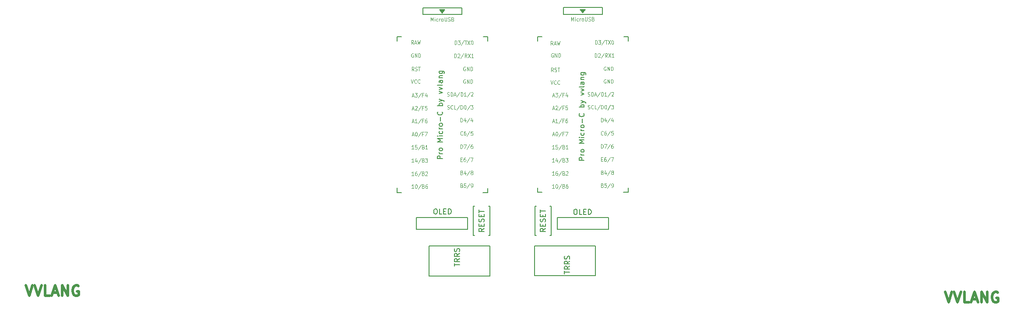
<source format=gto>
G04 #@! TF.GenerationSoftware,KiCad,Pcbnew,(5.1.7-0-10_14)*
G04 #@! TF.CreationDate,2020-11-01T19:54:18+08:00*
G04 #@! TF.ProjectId,corne-cherry,636f726e-652d-4636-9865-7272792e6b69,3.0.1*
G04 #@! TF.SameCoordinates,Original*
G04 #@! TF.FileFunction,Legend,Top*
G04 #@! TF.FilePolarity,Positive*
%FSLAX46Y46*%
G04 Gerber Fmt 4.6, Leading zero omitted, Abs format (unit mm)*
G04 Created by KiCad (PCBNEW (5.1.7-0-10_14)) date 2020-11-01 19:54:18*
%MOMM*%
%LPD*%
G01*
G04 APERTURE LIST*
%ADD10C,0.150000*%
%ADD11C,0.500000*%
%ADD12C,0.125000*%
G04 APERTURE END LIST*
D10*
X162259880Y-54780000D02*
X161259880Y-54780000D01*
X161259880Y-54399047D01*
X161307500Y-54303809D01*
X161355119Y-54256190D01*
X161450357Y-54208571D01*
X161593214Y-54208571D01*
X161688452Y-54256190D01*
X161736071Y-54303809D01*
X161783690Y-54399047D01*
X161783690Y-54780000D01*
X162259880Y-53780000D02*
X161593214Y-53780000D01*
X161783690Y-53780000D02*
X161688452Y-53732380D01*
X161640833Y-53684761D01*
X161593214Y-53589523D01*
X161593214Y-53494285D01*
X162259880Y-53018095D02*
X162212261Y-53113333D01*
X162164642Y-53160952D01*
X162069404Y-53208571D01*
X161783690Y-53208571D01*
X161688452Y-53160952D01*
X161640833Y-53113333D01*
X161593214Y-53018095D01*
X161593214Y-52875238D01*
X161640833Y-52780000D01*
X161688452Y-52732380D01*
X161783690Y-52684761D01*
X162069404Y-52684761D01*
X162164642Y-52732380D01*
X162212261Y-52780000D01*
X162259880Y-52875238D01*
X162259880Y-53018095D01*
X162259880Y-51494285D02*
X161259880Y-51494285D01*
X161974166Y-51160952D01*
X161259880Y-50827619D01*
X162259880Y-50827619D01*
X162259880Y-50351428D02*
X161593214Y-50351428D01*
X161259880Y-50351428D02*
X161307500Y-50399047D01*
X161355119Y-50351428D01*
X161307500Y-50303809D01*
X161259880Y-50351428D01*
X161355119Y-50351428D01*
X162212261Y-49446666D02*
X162259880Y-49541904D01*
X162259880Y-49732380D01*
X162212261Y-49827619D01*
X162164642Y-49875238D01*
X162069404Y-49922857D01*
X161783690Y-49922857D01*
X161688452Y-49875238D01*
X161640833Y-49827619D01*
X161593214Y-49732380D01*
X161593214Y-49541904D01*
X161640833Y-49446666D01*
X162259880Y-49018095D02*
X161593214Y-49018095D01*
X161783690Y-49018095D02*
X161688452Y-48970476D01*
X161640833Y-48922857D01*
X161593214Y-48827619D01*
X161593214Y-48732380D01*
X162259880Y-48256190D02*
X162212261Y-48351428D01*
X162164642Y-48399047D01*
X162069404Y-48446666D01*
X161783690Y-48446666D01*
X161688452Y-48399047D01*
X161640833Y-48351428D01*
X161593214Y-48256190D01*
X161593214Y-48113333D01*
X161640833Y-48018095D01*
X161688452Y-47970476D01*
X161783690Y-47922857D01*
X162069404Y-47922857D01*
X162164642Y-47970476D01*
X162212261Y-48018095D01*
X162259880Y-48113333D01*
X162259880Y-48256190D01*
X161878928Y-47494285D02*
X161878928Y-46732380D01*
X162164642Y-45684761D02*
X162212261Y-45732380D01*
X162259880Y-45875238D01*
X162259880Y-45970476D01*
X162212261Y-46113333D01*
X162117023Y-46208571D01*
X162021785Y-46256190D01*
X161831309Y-46303809D01*
X161688452Y-46303809D01*
X161497976Y-46256190D01*
X161402738Y-46208571D01*
X161307500Y-46113333D01*
X161259880Y-45970476D01*
X161259880Y-45875238D01*
X161307500Y-45732380D01*
X161355119Y-45684761D01*
X162259880Y-44494285D02*
X161259880Y-44494285D01*
X161640833Y-44494285D02*
X161593214Y-44399047D01*
X161593214Y-44208571D01*
X161640833Y-44113333D01*
X161688452Y-44065714D01*
X161783690Y-44018095D01*
X162069404Y-44018095D01*
X162164642Y-44065714D01*
X162212261Y-44113333D01*
X162259880Y-44208571D01*
X162259880Y-44399047D01*
X162212261Y-44494285D01*
X161593214Y-43684761D02*
X162259880Y-43446666D01*
X161593214Y-43208571D02*
X162259880Y-43446666D01*
X162497976Y-43541904D01*
X162545595Y-43589523D01*
X162593214Y-43684761D01*
X161593214Y-42160952D02*
X162259880Y-41922857D01*
X161593214Y-41684761D01*
X161593214Y-41399047D02*
X162259880Y-41160952D01*
X161593214Y-40922857D01*
X162259880Y-40399047D02*
X162212261Y-40494285D01*
X162117023Y-40541904D01*
X161259880Y-40541904D01*
X162259880Y-39589523D02*
X161736071Y-39589523D01*
X161640833Y-39637142D01*
X161593214Y-39732380D01*
X161593214Y-39922857D01*
X161640833Y-40018095D01*
X162212261Y-39589523D02*
X162259880Y-39684761D01*
X162259880Y-39922857D01*
X162212261Y-40018095D01*
X162117023Y-40065714D01*
X162021785Y-40065714D01*
X161926547Y-40018095D01*
X161878928Y-39922857D01*
X161878928Y-39684761D01*
X161831309Y-39589523D01*
X161593214Y-39113333D02*
X162259880Y-39113333D01*
X161688452Y-39113333D02*
X161640833Y-39065714D01*
X161593214Y-38970476D01*
X161593214Y-38827619D01*
X161640833Y-38732380D01*
X161736071Y-38684761D01*
X162259880Y-38684761D01*
X161593214Y-37780000D02*
X162402738Y-37780000D01*
X162497976Y-37827619D01*
X162545595Y-37875238D01*
X162593214Y-37970476D01*
X162593214Y-38113333D01*
X162545595Y-38208571D01*
X162212261Y-37780000D02*
X162259880Y-37875238D01*
X162259880Y-38065714D01*
X162212261Y-38160952D01*
X162164642Y-38208571D01*
X162069404Y-38256190D01*
X161783690Y-38256190D01*
X161688452Y-38208571D01*
X161640833Y-38160952D01*
X161593214Y-38065714D01*
X161593214Y-37875238D01*
X161640833Y-37780000D01*
X134859880Y-54480000D02*
X133859880Y-54480000D01*
X133859880Y-54099047D01*
X133907500Y-54003809D01*
X133955119Y-53956190D01*
X134050357Y-53908571D01*
X134193214Y-53908571D01*
X134288452Y-53956190D01*
X134336071Y-54003809D01*
X134383690Y-54099047D01*
X134383690Y-54480000D01*
X134859880Y-53480000D02*
X134193214Y-53480000D01*
X134383690Y-53480000D02*
X134288452Y-53432380D01*
X134240833Y-53384761D01*
X134193214Y-53289523D01*
X134193214Y-53194285D01*
X134859880Y-52718095D02*
X134812261Y-52813333D01*
X134764642Y-52860952D01*
X134669404Y-52908571D01*
X134383690Y-52908571D01*
X134288452Y-52860952D01*
X134240833Y-52813333D01*
X134193214Y-52718095D01*
X134193214Y-52575238D01*
X134240833Y-52480000D01*
X134288452Y-52432380D01*
X134383690Y-52384761D01*
X134669404Y-52384761D01*
X134764642Y-52432380D01*
X134812261Y-52480000D01*
X134859880Y-52575238D01*
X134859880Y-52718095D01*
X134859880Y-51194285D02*
X133859880Y-51194285D01*
X134574166Y-50860952D01*
X133859880Y-50527619D01*
X134859880Y-50527619D01*
X134859880Y-50051428D02*
X134193214Y-50051428D01*
X133859880Y-50051428D02*
X133907500Y-50099047D01*
X133955119Y-50051428D01*
X133907500Y-50003809D01*
X133859880Y-50051428D01*
X133955119Y-50051428D01*
X134812261Y-49146666D02*
X134859880Y-49241904D01*
X134859880Y-49432380D01*
X134812261Y-49527619D01*
X134764642Y-49575238D01*
X134669404Y-49622857D01*
X134383690Y-49622857D01*
X134288452Y-49575238D01*
X134240833Y-49527619D01*
X134193214Y-49432380D01*
X134193214Y-49241904D01*
X134240833Y-49146666D01*
X134859880Y-48718095D02*
X134193214Y-48718095D01*
X134383690Y-48718095D02*
X134288452Y-48670476D01*
X134240833Y-48622857D01*
X134193214Y-48527619D01*
X134193214Y-48432380D01*
X134859880Y-47956190D02*
X134812261Y-48051428D01*
X134764642Y-48099047D01*
X134669404Y-48146666D01*
X134383690Y-48146666D01*
X134288452Y-48099047D01*
X134240833Y-48051428D01*
X134193214Y-47956190D01*
X134193214Y-47813333D01*
X134240833Y-47718095D01*
X134288452Y-47670476D01*
X134383690Y-47622857D01*
X134669404Y-47622857D01*
X134764642Y-47670476D01*
X134812261Y-47718095D01*
X134859880Y-47813333D01*
X134859880Y-47956190D01*
X134478928Y-47194285D02*
X134478928Y-46432380D01*
X134764642Y-45384761D02*
X134812261Y-45432380D01*
X134859880Y-45575238D01*
X134859880Y-45670476D01*
X134812261Y-45813333D01*
X134717023Y-45908571D01*
X134621785Y-45956190D01*
X134431309Y-46003809D01*
X134288452Y-46003809D01*
X134097976Y-45956190D01*
X134002738Y-45908571D01*
X133907500Y-45813333D01*
X133859880Y-45670476D01*
X133859880Y-45575238D01*
X133907500Y-45432380D01*
X133955119Y-45384761D01*
X134859880Y-44194285D02*
X133859880Y-44194285D01*
X134240833Y-44194285D02*
X134193214Y-44099047D01*
X134193214Y-43908571D01*
X134240833Y-43813333D01*
X134288452Y-43765714D01*
X134383690Y-43718095D01*
X134669404Y-43718095D01*
X134764642Y-43765714D01*
X134812261Y-43813333D01*
X134859880Y-43908571D01*
X134859880Y-44099047D01*
X134812261Y-44194285D01*
X134193214Y-43384761D02*
X134859880Y-43146666D01*
X134193214Y-42908571D02*
X134859880Y-43146666D01*
X135097976Y-43241904D01*
X135145595Y-43289523D01*
X135193214Y-43384761D01*
X134193214Y-41860952D02*
X134859880Y-41622857D01*
X134193214Y-41384761D01*
X134193214Y-41099047D02*
X134859880Y-40860952D01*
X134193214Y-40622857D01*
X134859880Y-40099047D02*
X134812261Y-40194285D01*
X134717023Y-40241904D01*
X133859880Y-40241904D01*
X134859880Y-39289523D02*
X134336071Y-39289523D01*
X134240833Y-39337142D01*
X134193214Y-39432380D01*
X134193214Y-39622857D01*
X134240833Y-39718095D01*
X134812261Y-39289523D02*
X134859880Y-39384761D01*
X134859880Y-39622857D01*
X134812261Y-39718095D01*
X134717023Y-39765714D01*
X134621785Y-39765714D01*
X134526547Y-39718095D01*
X134478928Y-39622857D01*
X134478928Y-39384761D01*
X134431309Y-39289523D01*
X134193214Y-38813333D02*
X134859880Y-38813333D01*
X134288452Y-38813333D02*
X134240833Y-38765714D01*
X134193214Y-38670476D01*
X134193214Y-38527619D01*
X134240833Y-38432380D01*
X134336071Y-38384761D01*
X134859880Y-38384761D01*
X134193214Y-37480000D02*
X135002738Y-37480000D01*
X135097976Y-37527619D01*
X135145595Y-37575238D01*
X135193214Y-37670476D01*
X135193214Y-37813333D01*
X135145595Y-37908571D01*
X134812261Y-37480000D02*
X134859880Y-37575238D01*
X134859880Y-37765714D01*
X134812261Y-37860952D01*
X134764642Y-37908571D01*
X134669404Y-37956190D01*
X134383690Y-37956190D01*
X134288452Y-37908571D01*
X134240833Y-37860952D01*
X134193214Y-37765714D01*
X134193214Y-37575238D01*
X134240833Y-37480000D01*
D11*
X232039404Y-80304761D02*
X232706071Y-82304761D01*
X233372738Y-80304761D01*
X233753690Y-80304761D02*
X234420357Y-82304761D01*
X235087023Y-80304761D01*
X236706071Y-82304761D02*
X235753690Y-82304761D01*
X235753690Y-80304761D01*
X237277500Y-81733333D02*
X238229880Y-81733333D01*
X237087023Y-82304761D02*
X237753690Y-80304761D01*
X238420357Y-82304761D01*
X239087023Y-82304761D02*
X239087023Y-80304761D01*
X240229880Y-82304761D01*
X240229880Y-80304761D01*
X242229880Y-80400000D02*
X242039404Y-80304761D01*
X241753690Y-80304761D01*
X241467976Y-80400000D01*
X241277500Y-80590476D01*
X241182261Y-80780952D01*
X241087023Y-81161904D01*
X241087023Y-81447619D01*
X241182261Y-81828571D01*
X241277500Y-82019047D01*
X241467976Y-82209523D01*
X241753690Y-82304761D01*
X241944166Y-82304761D01*
X242229880Y-82209523D01*
X242325119Y-82114285D01*
X242325119Y-81447619D01*
X241944166Y-81447619D01*
X54239404Y-79034761D02*
X54906071Y-81034761D01*
X55572738Y-79034761D01*
X55953690Y-79034761D02*
X56620357Y-81034761D01*
X57287023Y-79034761D01*
X58906071Y-81034761D02*
X57953690Y-81034761D01*
X57953690Y-79034761D01*
X59477499Y-80463333D02*
X60429880Y-80463333D01*
X59287023Y-81034761D02*
X59953690Y-79034761D01*
X60620357Y-81034761D01*
X61287023Y-81034761D02*
X61287023Y-79034761D01*
X62429880Y-81034761D01*
X62429880Y-79034761D01*
X64429880Y-79130000D02*
X64239404Y-79034761D01*
X63953690Y-79034761D01*
X63667976Y-79130000D01*
X63477499Y-79320476D01*
X63382261Y-79510952D01*
X63287023Y-79891904D01*
X63287023Y-80177619D01*
X63382261Y-80558571D01*
X63477499Y-80749047D01*
X63667976Y-80939523D01*
X63953690Y-81034761D01*
X64144166Y-81034761D01*
X64429880Y-80939523D01*
X64525119Y-80844285D01*
X64525119Y-80177619D01*
X64144166Y-80177619D01*
D10*
X134662500Y-26020000D02*
X134962500Y-26020000D01*
X134562500Y-25870000D02*
X135062500Y-25870000D01*
X134462500Y-25720000D02*
X135162500Y-25720000D01*
X134812500Y-26220000D02*
X134312500Y-25570000D01*
X135312500Y-25570000D02*
X134812500Y-26220000D01*
X134312500Y-25570000D02*
X135312500Y-25570000D01*
X138562500Y-25220000D02*
X131062500Y-25220000D01*
X138562500Y-26520000D02*
X138562500Y-25220000D01*
X131062500Y-26520000D02*
X138562500Y-26520000D01*
X131062500Y-25220000D02*
X131062500Y-26520000D01*
X126062500Y-30820000D02*
X126062500Y-31670000D01*
X143562500Y-30820000D02*
X143562500Y-31670000D01*
X126062500Y-30820000D02*
X126912500Y-30820000D01*
X143562500Y-30820000D02*
X142762500Y-30820000D01*
X126062500Y-60120000D02*
X126062500Y-61020000D01*
X143562500Y-60170000D02*
X143562500Y-61020000D01*
X126062500Y-61020000D02*
X126912500Y-61020000D01*
X143562500Y-61020000D02*
X142702500Y-61020000D01*
X161837500Y-25990000D02*
X162137500Y-25990000D01*
X161737500Y-25840000D02*
X162237500Y-25840000D01*
X161637500Y-25690000D02*
X162337500Y-25690000D01*
X161987500Y-26190000D02*
X161487500Y-25540000D01*
X162487500Y-25540000D02*
X161987500Y-26190000D01*
X161487500Y-25540000D02*
X162487500Y-25540000D01*
X165737500Y-25190000D02*
X158237500Y-25190000D01*
X165737500Y-26490000D02*
X165737500Y-25190000D01*
X158237500Y-26490000D02*
X165737500Y-26490000D01*
X158237500Y-25190000D02*
X158237500Y-26490000D01*
X153237500Y-30790000D02*
X153237500Y-31640000D01*
X170737500Y-30790000D02*
X170737500Y-31640000D01*
X153237500Y-30790000D02*
X154087500Y-30790000D01*
X170737500Y-30790000D02*
X169937500Y-30790000D01*
X153237500Y-60090000D02*
X153237500Y-60990000D01*
X170737500Y-60140000D02*
X170737500Y-60990000D01*
X153237500Y-60990000D02*
X154087500Y-60990000D01*
X170737500Y-60990000D02*
X169877500Y-60990000D01*
X152704500Y-63672000D02*
X152704500Y-69372000D01*
X152704500Y-69372000D02*
X152954500Y-69372000D01*
X152704500Y-63672000D02*
X152954500Y-63672000D01*
X155904500Y-63672000D02*
X155654500Y-63672000D01*
X155904500Y-63672000D02*
X155904500Y-69372000D01*
X155904500Y-69372000D02*
X155654500Y-69372000D01*
X140824500Y-63681000D02*
X140824500Y-69381000D01*
X140824500Y-69381000D02*
X141074500Y-69381000D01*
X140824500Y-63681000D02*
X141074500Y-63681000D01*
X144024500Y-63681000D02*
X143774500Y-63681000D01*
X144024500Y-63681000D02*
X144024500Y-69381000D01*
X144024500Y-69381000D02*
X143774500Y-69381000D01*
X157027500Y-68170000D02*
X166927500Y-68170000D01*
X157027500Y-65870000D02*
X166927500Y-65870000D01*
X166927500Y-65870000D02*
X166927500Y-68170000D01*
X157027500Y-68170000D02*
X157027500Y-65870000D01*
X129798500Y-68178000D02*
X139698500Y-68178000D01*
X129798500Y-65878000D02*
X139698500Y-65878000D01*
X139698500Y-65878000D02*
X139698500Y-68178000D01*
X129798500Y-68178000D02*
X129798500Y-65878000D01*
X152687500Y-77170000D02*
X152687500Y-71370000D01*
X152687500Y-71370000D02*
X164437500Y-71370000D01*
X164437500Y-71370000D02*
X164437500Y-77170000D01*
X164437500Y-77170000D02*
X152687500Y-77170000D01*
X143984500Y-71392000D02*
X143984500Y-77192000D01*
X143984500Y-77192000D02*
X132234500Y-77192000D01*
X132234500Y-77192000D02*
X132234500Y-71392000D01*
X132234500Y-71392000D02*
X143984500Y-71392000D01*
D12*
X129214380Y-32281285D02*
X128991047Y-31924142D01*
X128831523Y-32281285D02*
X128831523Y-31531285D01*
X129086761Y-31531285D01*
X129150571Y-31567000D01*
X129182476Y-31602714D01*
X129214380Y-31674142D01*
X129214380Y-31781285D01*
X129182476Y-31852714D01*
X129150571Y-31888428D01*
X129086761Y-31924142D01*
X128831523Y-31924142D01*
X129469619Y-32067000D02*
X129788666Y-32067000D01*
X129405809Y-32281285D02*
X129629142Y-31531285D01*
X129852476Y-32281285D01*
X130012000Y-31531285D02*
X130171523Y-32281285D01*
X130299142Y-31745571D01*
X130426761Y-32281285D01*
X130586285Y-31531285D01*
X139257023Y-39145000D02*
X139193214Y-39109285D01*
X139097500Y-39109285D01*
X139001785Y-39145000D01*
X138937976Y-39216428D01*
X138906071Y-39287857D01*
X138874166Y-39430714D01*
X138874166Y-39537857D01*
X138906071Y-39680714D01*
X138937976Y-39752142D01*
X139001785Y-39823571D01*
X139097500Y-39859285D01*
X139161309Y-39859285D01*
X139257023Y-39823571D01*
X139288928Y-39787857D01*
X139288928Y-39537857D01*
X139161309Y-39537857D01*
X139576071Y-39859285D02*
X139576071Y-39109285D01*
X139958928Y-39859285D01*
X139958928Y-39109285D01*
X140277976Y-39859285D02*
X140277976Y-39109285D01*
X140437500Y-39109285D01*
X140533214Y-39145000D01*
X140597023Y-39216428D01*
X140628928Y-39287857D01*
X140660833Y-39430714D01*
X140660833Y-39537857D01*
X140628928Y-39680714D01*
X140597023Y-39752142D01*
X140533214Y-39823571D01*
X140437500Y-39859285D01*
X140277976Y-39859285D01*
X129310095Y-37424785D02*
X129086761Y-37067642D01*
X128927238Y-37424785D02*
X128927238Y-36674785D01*
X129182476Y-36674785D01*
X129246285Y-36710500D01*
X129278190Y-36746214D01*
X129310095Y-36817642D01*
X129310095Y-36924785D01*
X129278190Y-36996214D01*
X129246285Y-37031928D01*
X129182476Y-37067642D01*
X128927238Y-37067642D01*
X129565333Y-37389071D02*
X129661047Y-37424785D01*
X129820571Y-37424785D01*
X129884380Y-37389071D01*
X129916285Y-37353357D01*
X129948190Y-37281928D01*
X129948190Y-37210500D01*
X129916285Y-37139071D01*
X129884380Y-37103357D01*
X129820571Y-37067642D01*
X129692952Y-37031928D01*
X129629142Y-36996214D01*
X129597238Y-36960500D01*
X129565333Y-36889071D01*
X129565333Y-36817642D01*
X129597238Y-36746214D01*
X129629142Y-36710500D01*
X129692952Y-36674785D01*
X129852476Y-36674785D01*
X129948190Y-36710500D01*
X130139619Y-36674785D02*
X130522476Y-36674785D01*
X130331047Y-37424785D02*
X130331047Y-36674785D01*
X128744166Y-39094285D02*
X128967500Y-39844285D01*
X129190833Y-39094285D01*
X129797023Y-39772857D02*
X129765119Y-39808571D01*
X129669404Y-39844285D01*
X129605595Y-39844285D01*
X129509880Y-39808571D01*
X129446071Y-39737142D01*
X129414166Y-39665714D01*
X129382261Y-39522857D01*
X129382261Y-39415714D01*
X129414166Y-39272857D01*
X129446071Y-39201428D01*
X129509880Y-39130000D01*
X129605595Y-39094285D01*
X129669404Y-39094285D01*
X129765119Y-39130000D01*
X129797023Y-39165714D01*
X130467023Y-39772857D02*
X130435119Y-39808571D01*
X130339404Y-39844285D01*
X130275595Y-39844285D01*
X130179880Y-39808571D01*
X130116071Y-39737142D01*
X130084166Y-39665714D01*
X130052261Y-39522857D01*
X130052261Y-39415714D01*
X130084166Y-39272857D01*
X130116071Y-39201428D01*
X130179880Y-39130000D01*
X130275595Y-39094285D01*
X130339404Y-39094285D01*
X130435119Y-39130000D01*
X130467023Y-39165714D01*
X128981785Y-42295000D02*
X129300833Y-42295000D01*
X128917976Y-42509285D02*
X129141309Y-41759285D01*
X129364642Y-42509285D01*
X129524166Y-41759285D02*
X129938928Y-41759285D01*
X129715595Y-42045000D01*
X129811309Y-42045000D01*
X129875119Y-42080714D01*
X129907023Y-42116428D01*
X129938928Y-42187857D01*
X129938928Y-42366428D01*
X129907023Y-42437857D01*
X129875119Y-42473571D01*
X129811309Y-42509285D01*
X129619880Y-42509285D01*
X129556071Y-42473571D01*
X129524166Y-42437857D01*
X130704642Y-41723571D02*
X130130357Y-42687857D01*
X131151309Y-42116428D02*
X130927976Y-42116428D01*
X130927976Y-42509285D02*
X130927976Y-41759285D01*
X131247023Y-41759285D01*
X131789404Y-42009285D02*
X131789404Y-42509285D01*
X131629880Y-41723571D02*
X131470357Y-42259285D01*
X131885119Y-42259285D01*
X128981785Y-44795000D02*
X129300833Y-44795000D01*
X128917976Y-45009285D02*
X129141309Y-44259285D01*
X129364642Y-45009285D01*
X129556071Y-44330714D02*
X129587976Y-44295000D01*
X129651785Y-44259285D01*
X129811309Y-44259285D01*
X129875119Y-44295000D01*
X129907023Y-44330714D01*
X129938928Y-44402142D01*
X129938928Y-44473571D01*
X129907023Y-44580714D01*
X129524166Y-45009285D01*
X129938928Y-45009285D01*
X130704642Y-44223571D02*
X130130357Y-45187857D01*
X131151309Y-44616428D02*
X130927976Y-44616428D01*
X130927976Y-45009285D02*
X130927976Y-44259285D01*
X131247023Y-44259285D01*
X131821309Y-44259285D02*
X131502261Y-44259285D01*
X131470357Y-44616428D01*
X131502261Y-44580714D01*
X131566071Y-44545000D01*
X131725595Y-44545000D01*
X131789404Y-44580714D01*
X131821309Y-44616428D01*
X131853214Y-44687857D01*
X131853214Y-44866428D01*
X131821309Y-44937857D01*
X131789404Y-44973571D01*
X131725595Y-45009285D01*
X131566071Y-45009285D01*
X131502261Y-44973571D01*
X131470357Y-44937857D01*
X128981785Y-47295000D02*
X129300833Y-47295000D01*
X128917976Y-47509285D02*
X129141309Y-46759285D01*
X129364642Y-47509285D01*
X129938928Y-47509285D02*
X129556071Y-47509285D01*
X129747500Y-47509285D02*
X129747500Y-46759285D01*
X129683690Y-46866428D01*
X129619880Y-46937857D01*
X129556071Y-46973571D01*
X130704642Y-46723571D02*
X130130357Y-47687857D01*
X131151309Y-47116428D02*
X130927976Y-47116428D01*
X130927976Y-47509285D02*
X130927976Y-46759285D01*
X131247023Y-46759285D01*
X131789404Y-46759285D02*
X131661785Y-46759285D01*
X131597976Y-46795000D01*
X131566071Y-46830714D01*
X131502261Y-46937857D01*
X131470357Y-47080714D01*
X131470357Y-47366428D01*
X131502261Y-47437857D01*
X131534166Y-47473571D01*
X131597976Y-47509285D01*
X131725595Y-47509285D01*
X131789404Y-47473571D01*
X131821309Y-47437857D01*
X131853214Y-47366428D01*
X131853214Y-47187857D01*
X131821309Y-47116428D01*
X131789404Y-47080714D01*
X131725595Y-47045000D01*
X131597976Y-47045000D01*
X131534166Y-47080714D01*
X131502261Y-47116428D01*
X131470357Y-47187857D01*
X128981785Y-49845000D02*
X129300833Y-49845000D01*
X128917976Y-50059285D02*
X129141309Y-49309285D01*
X129364642Y-50059285D01*
X129715595Y-49309285D02*
X129779404Y-49309285D01*
X129843214Y-49345000D01*
X129875119Y-49380714D01*
X129907023Y-49452142D01*
X129938928Y-49595000D01*
X129938928Y-49773571D01*
X129907023Y-49916428D01*
X129875119Y-49987857D01*
X129843214Y-50023571D01*
X129779404Y-50059285D01*
X129715595Y-50059285D01*
X129651785Y-50023571D01*
X129619880Y-49987857D01*
X129587976Y-49916428D01*
X129556071Y-49773571D01*
X129556071Y-49595000D01*
X129587976Y-49452142D01*
X129619880Y-49380714D01*
X129651785Y-49345000D01*
X129715595Y-49309285D01*
X130704642Y-49273571D02*
X130130357Y-50237857D01*
X131151309Y-49666428D02*
X130927976Y-49666428D01*
X130927976Y-50059285D02*
X130927976Y-49309285D01*
X131247023Y-49309285D01*
X131438452Y-49309285D02*
X131885119Y-49309285D01*
X131597976Y-50059285D01*
X129284880Y-52609285D02*
X128902023Y-52609285D01*
X129093452Y-52609285D02*
X129093452Y-51859285D01*
X129029642Y-51966428D01*
X128965833Y-52037857D01*
X128902023Y-52073571D01*
X129891071Y-51859285D02*
X129572023Y-51859285D01*
X129540119Y-52216428D01*
X129572023Y-52180714D01*
X129635833Y-52145000D01*
X129795357Y-52145000D01*
X129859166Y-52180714D01*
X129891071Y-52216428D01*
X129922976Y-52287857D01*
X129922976Y-52466428D01*
X129891071Y-52537857D01*
X129859166Y-52573571D01*
X129795357Y-52609285D01*
X129635833Y-52609285D01*
X129572023Y-52573571D01*
X129540119Y-52537857D01*
X130688690Y-51823571D02*
X130114404Y-52787857D01*
X131135357Y-52216428D02*
X131231071Y-52252142D01*
X131262976Y-52287857D01*
X131294880Y-52359285D01*
X131294880Y-52466428D01*
X131262976Y-52537857D01*
X131231071Y-52573571D01*
X131167261Y-52609285D01*
X130912023Y-52609285D01*
X130912023Y-51859285D01*
X131135357Y-51859285D01*
X131199166Y-51895000D01*
X131231071Y-51930714D01*
X131262976Y-52002142D01*
X131262976Y-52073571D01*
X131231071Y-52145000D01*
X131199166Y-52180714D01*
X131135357Y-52216428D01*
X130912023Y-52216428D01*
X131932976Y-52609285D02*
X131550119Y-52609285D01*
X131741547Y-52609285D02*
X131741547Y-51859285D01*
X131677738Y-51966428D01*
X131613928Y-52037857D01*
X131550119Y-52073571D01*
X129284880Y-55159285D02*
X128902023Y-55159285D01*
X129093452Y-55159285D02*
X129093452Y-54409285D01*
X129029642Y-54516428D01*
X128965833Y-54587857D01*
X128902023Y-54623571D01*
X129859166Y-54659285D02*
X129859166Y-55159285D01*
X129699642Y-54373571D02*
X129540119Y-54909285D01*
X129954880Y-54909285D01*
X130688690Y-54373571D02*
X130114404Y-55337857D01*
X131135357Y-54766428D02*
X131231071Y-54802142D01*
X131262976Y-54837857D01*
X131294880Y-54909285D01*
X131294880Y-55016428D01*
X131262976Y-55087857D01*
X131231071Y-55123571D01*
X131167261Y-55159285D01*
X130912023Y-55159285D01*
X130912023Y-54409285D01*
X131135357Y-54409285D01*
X131199166Y-54445000D01*
X131231071Y-54480714D01*
X131262976Y-54552142D01*
X131262976Y-54623571D01*
X131231071Y-54695000D01*
X131199166Y-54730714D01*
X131135357Y-54766428D01*
X130912023Y-54766428D01*
X131518214Y-54409285D02*
X131932976Y-54409285D01*
X131709642Y-54695000D01*
X131805357Y-54695000D01*
X131869166Y-54730714D01*
X131901071Y-54766428D01*
X131932976Y-54837857D01*
X131932976Y-55016428D01*
X131901071Y-55087857D01*
X131869166Y-55123571D01*
X131805357Y-55159285D01*
X131613928Y-55159285D01*
X131550119Y-55123571D01*
X131518214Y-55087857D01*
X129284880Y-60209285D02*
X128902023Y-60209285D01*
X129093452Y-60209285D02*
X129093452Y-59459285D01*
X129029642Y-59566428D01*
X128965833Y-59637857D01*
X128902023Y-59673571D01*
X129699642Y-59459285D02*
X129763452Y-59459285D01*
X129827261Y-59495000D01*
X129859166Y-59530714D01*
X129891071Y-59602142D01*
X129922976Y-59745000D01*
X129922976Y-59923571D01*
X129891071Y-60066428D01*
X129859166Y-60137857D01*
X129827261Y-60173571D01*
X129763452Y-60209285D01*
X129699642Y-60209285D01*
X129635833Y-60173571D01*
X129603928Y-60137857D01*
X129572023Y-60066428D01*
X129540119Y-59923571D01*
X129540119Y-59745000D01*
X129572023Y-59602142D01*
X129603928Y-59530714D01*
X129635833Y-59495000D01*
X129699642Y-59459285D01*
X130688690Y-59423571D02*
X130114404Y-60387857D01*
X131135357Y-59816428D02*
X131231071Y-59852142D01*
X131262976Y-59887857D01*
X131294880Y-59959285D01*
X131294880Y-60066428D01*
X131262976Y-60137857D01*
X131231071Y-60173571D01*
X131167261Y-60209285D01*
X130912023Y-60209285D01*
X130912023Y-59459285D01*
X131135357Y-59459285D01*
X131199166Y-59495000D01*
X131231071Y-59530714D01*
X131262976Y-59602142D01*
X131262976Y-59673571D01*
X131231071Y-59745000D01*
X131199166Y-59780714D01*
X131135357Y-59816428D01*
X130912023Y-59816428D01*
X131869166Y-59459285D02*
X131741547Y-59459285D01*
X131677738Y-59495000D01*
X131645833Y-59530714D01*
X131582023Y-59637857D01*
X131550119Y-59780714D01*
X131550119Y-60066428D01*
X131582023Y-60137857D01*
X131613928Y-60173571D01*
X131677738Y-60209285D01*
X131805357Y-60209285D01*
X131869166Y-60173571D01*
X131901071Y-60137857D01*
X131932976Y-60066428D01*
X131932976Y-59887857D01*
X131901071Y-59816428D01*
X131869166Y-59780714D01*
X131805357Y-59745000D01*
X131677738Y-59745000D01*
X131613928Y-59780714D01*
X131582023Y-59816428D01*
X131550119Y-59887857D01*
X129284880Y-57709285D02*
X128902023Y-57709285D01*
X129093452Y-57709285D02*
X129093452Y-56959285D01*
X129029642Y-57066428D01*
X128965833Y-57137857D01*
X128902023Y-57173571D01*
X129859166Y-56959285D02*
X129731547Y-56959285D01*
X129667738Y-56995000D01*
X129635833Y-57030714D01*
X129572023Y-57137857D01*
X129540119Y-57280714D01*
X129540119Y-57566428D01*
X129572023Y-57637857D01*
X129603928Y-57673571D01*
X129667738Y-57709285D01*
X129795357Y-57709285D01*
X129859166Y-57673571D01*
X129891071Y-57637857D01*
X129922976Y-57566428D01*
X129922976Y-57387857D01*
X129891071Y-57316428D01*
X129859166Y-57280714D01*
X129795357Y-57245000D01*
X129667738Y-57245000D01*
X129603928Y-57280714D01*
X129572023Y-57316428D01*
X129540119Y-57387857D01*
X130688690Y-56923571D02*
X130114404Y-57887857D01*
X131135357Y-57316428D02*
X131231071Y-57352142D01*
X131262976Y-57387857D01*
X131294880Y-57459285D01*
X131294880Y-57566428D01*
X131262976Y-57637857D01*
X131231071Y-57673571D01*
X131167261Y-57709285D01*
X130912023Y-57709285D01*
X130912023Y-56959285D01*
X131135357Y-56959285D01*
X131199166Y-56995000D01*
X131231071Y-57030714D01*
X131262976Y-57102142D01*
X131262976Y-57173571D01*
X131231071Y-57245000D01*
X131199166Y-57280714D01*
X131135357Y-57316428D01*
X130912023Y-57316428D01*
X131550119Y-57030714D02*
X131582023Y-56995000D01*
X131645833Y-56959285D01*
X131805357Y-56959285D01*
X131869166Y-56995000D01*
X131901071Y-57030714D01*
X131932976Y-57102142D01*
X131932976Y-57173571D01*
X131901071Y-57280714D01*
X131518214Y-57709285D01*
X131932976Y-57709285D01*
X138384880Y-54616428D02*
X138608214Y-54616428D01*
X138703928Y-55009285D02*
X138384880Y-55009285D01*
X138384880Y-54259285D01*
X138703928Y-54259285D01*
X139278214Y-54259285D02*
X139150595Y-54259285D01*
X139086785Y-54295000D01*
X139054880Y-54330714D01*
X138991071Y-54437857D01*
X138959166Y-54580714D01*
X138959166Y-54866428D01*
X138991071Y-54937857D01*
X139022976Y-54973571D01*
X139086785Y-55009285D01*
X139214404Y-55009285D01*
X139278214Y-54973571D01*
X139310119Y-54937857D01*
X139342023Y-54866428D01*
X139342023Y-54687857D01*
X139310119Y-54616428D01*
X139278214Y-54580714D01*
X139214404Y-54545000D01*
X139086785Y-54545000D01*
X139022976Y-54580714D01*
X138991071Y-54616428D01*
X138959166Y-54687857D01*
X140107738Y-54223571D02*
X139533452Y-55187857D01*
X140267261Y-54259285D02*
X140713928Y-54259285D01*
X140426785Y-55009285D01*
X138352976Y-52459285D02*
X138352976Y-51709285D01*
X138512500Y-51709285D01*
X138608214Y-51745000D01*
X138672023Y-51816428D01*
X138703928Y-51887857D01*
X138735833Y-52030714D01*
X138735833Y-52137857D01*
X138703928Y-52280714D01*
X138672023Y-52352142D01*
X138608214Y-52423571D01*
X138512500Y-52459285D01*
X138352976Y-52459285D01*
X138959166Y-51709285D02*
X139405833Y-51709285D01*
X139118690Y-52459285D01*
X140139642Y-51673571D02*
X139565357Y-52637857D01*
X140650119Y-51709285D02*
X140522500Y-51709285D01*
X140458690Y-51745000D01*
X140426785Y-51780714D01*
X140362976Y-51887857D01*
X140331071Y-52030714D01*
X140331071Y-52316428D01*
X140362976Y-52387857D01*
X140394880Y-52423571D01*
X140458690Y-52459285D01*
X140586309Y-52459285D01*
X140650119Y-52423571D01*
X140682023Y-52387857D01*
X140713928Y-52316428D01*
X140713928Y-52137857D01*
X140682023Y-52066428D01*
X140650119Y-52030714D01*
X140586309Y-51995000D01*
X140458690Y-51995000D01*
X140394880Y-52030714D01*
X140362976Y-52066428D01*
X140331071Y-52137857D01*
X139257023Y-36695000D02*
X139193214Y-36659285D01*
X139097500Y-36659285D01*
X139001785Y-36695000D01*
X138937976Y-36766428D01*
X138906071Y-36837857D01*
X138874166Y-36980714D01*
X138874166Y-37087857D01*
X138906071Y-37230714D01*
X138937976Y-37302142D01*
X139001785Y-37373571D01*
X139097500Y-37409285D01*
X139161309Y-37409285D01*
X139257023Y-37373571D01*
X139288928Y-37337857D01*
X139288928Y-37087857D01*
X139161309Y-37087857D01*
X139576071Y-37409285D02*
X139576071Y-36659285D01*
X139958928Y-37409285D01*
X139958928Y-36659285D01*
X140277976Y-37409285D02*
X140277976Y-36659285D01*
X140437500Y-36659285D01*
X140533214Y-36695000D01*
X140597023Y-36766428D01*
X140628928Y-36837857D01*
X140660833Y-36980714D01*
X140660833Y-37087857D01*
X140628928Y-37230714D01*
X140597023Y-37302142D01*
X140533214Y-37373571D01*
X140437500Y-37409285D01*
X140277976Y-37409285D01*
X139257023Y-39145000D02*
X139193214Y-39109285D01*
X139097500Y-39109285D01*
X139001785Y-39145000D01*
X138937976Y-39216428D01*
X138906071Y-39287857D01*
X138874166Y-39430714D01*
X138874166Y-39537857D01*
X138906071Y-39680714D01*
X138937976Y-39752142D01*
X139001785Y-39823571D01*
X139097500Y-39859285D01*
X139161309Y-39859285D01*
X139257023Y-39823571D01*
X139288928Y-39787857D01*
X139288928Y-39537857D01*
X139161309Y-39537857D01*
X139576071Y-39859285D02*
X139576071Y-39109285D01*
X139958928Y-39859285D01*
X139958928Y-39109285D01*
X140277976Y-39859285D02*
X140277976Y-39109285D01*
X140437500Y-39109285D01*
X140533214Y-39145000D01*
X140597023Y-39216428D01*
X140628928Y-39287857D01*
X140660833Y-39430714D01*
X140660833Y-39537857D01*
X140628928Y-39680714D01*
X140597023Y-39752142D01*
X140533214Y-39823571D01*
X140437500Y-39859285D01*
X140277976Y-39859285D01*
X137228690Y-32309285D02*
X137228690Y-31559285D01*
X137388214Y-31559285D01*
X137483928Y-31595000D01*
X137547738Y-31666428D01*
X137579642Y-31737857D01*
X137611547Y-31880714D01*
X137611547Y-31987857D01*
X137579642Y-32130714D01*
X137547738Y-32202142D01*
X137483928Y-32273571D01*
X137388214Y-32309285D01*
X137228690Y-32309285D01*
X137834880Y-31559285D02*
X138249642Y-31559285D01*
X138026309Y-31845000D01*
X138122023Y-31845000D01*
X138185833Y-31880714D01*
X138217738Y-31916428D01*
X138249642Y-31987857D01*
X138249642Y-32166428D01*
X138217738Y-32237857D01*
X138185833Y-32273571D01*
X138122023Y-32309285D01*
X137930595Y-32309285D01*
X137866785Y-32273571D01*
X137834880Y-32237857D01*
X139015357Y-31523571D02*
X138441071Y-32487857D01*
X139142976Y-31559285D02*
X139525833Y-31559285D01*
X139334404Y-32309285D02*
X139334404Y-31559285D01*
X139685357Y-31559285D02*
X140132023Y-32309285D01*
X140132023Y-31559285D02*
X139685357Y-32309285D01*
X140514880Y-31559285D02*
X140578690Y-31559285D01*
X140642500Y-31595000D01*
X140674404Y-31630714D01*
X140706309Y-31702142D01*
X140738214Y-31845000D01*
X140738214Y-32023571D01*
X140706309Y-32166428D01*
X140674404Y-32237857D01*
X140642500Y-32273571D01*
X140578690Y-32309285D01*
X140514880Y-32309285D01*
X140451071Y-32273571D01*
X140419166Y-32237857D01*
X140387261Y-32166428D01*
X140355357Y-32023571D01*
X140355357Y-31845000D01*
X140387261Y-31702142D01*
X140419166Y-31630714D01*
X140451071Y-31595000D01*
X140514880Y-31559285D01*
X138352976Y-47359285D02*
X138352976Y-46609285D01*
X138512500Y-46609285D01*
X138608214Y-46645000D01*
X138672023Y-46716428D01*
X138703928Y-46787857D01*
X138735833Y-46930714D01*
X138735833Y-47037857D01*
X138703928Y-47180714D01*
X138672023Y-47252142D01*
X138608214Y-47323571D01*
X138512500Y-47359285D01*
X138352976Y-47359285D01*
X139310119Y-46859285D02*
X139310119Y-47359285D01*
X139150595Y-46573571D02*
X138991071Y-47109285D01*
X139405833Y-47109285D01*
X140139642Y-46573571D02*
X139565357Y-47537857D01*
X140650119Y-46859285D02*
X140650119Y-47359285D01*
X140490595Y-46573571D02*
X140331071Y-47109285D01*
X140745833Y-47109285D01*
X135778928Y-42323571D02*
X135874642Y-42359285D01*
X136034166Y-42359285D01*
X136097976Y-42323571D01*
X136129880Y-42287857D01*
X136161785Y-42216428D01*
X136161785Y-42145000D01*
X136129880Y-42073571D01*
X136097976Y-42037857D01*
X136034166Y-42002142D01*
X135906547Y-41966428D01*
X135842738Y-41930714D01*
X135810833Y-41895000D01*
X135778928Y-41823571D01*
X135778928Y-41752142D01*
X135810833Y-41680714D01*
X135842738Y-41645000D01*
X135906547Y-41609285D01*
X136066071Y-41609285D01*
X136161785Y-41645000D01*
X136448928Y-42359285D02*
X136448928Y-41609285D01*
X136608452Y-41609285D01*
X136704166Y-41645000D01*
X136767976Y-41716428D01*
X136799880Y-41787857D01*
X136831785Y-41930714D01*
X136831785Y-42037857D01*
X136799880Y-42180714D01*
X136767976Y-42252142D01*
X136704166Y-42323571D01*
X136608452Y-42359285D01*
X136448928Y-42359285D01*
X137087023Y-42145000D02*
X137406071Y-42145000D01*
X137023214Y-42359285D02*
X137246547Y-41609285D01*
X137469880Y-42359285D01*
X138171785Y-41573571D02*
X137597500Y-42537857D01*
X138395119Y-42359285D02*
X138395119Y-41609285D01*
X138554642Y-41609285D01*
X138650357Y-41645000D01*
X138714166Y-41716428D01*
X138746071Y-41787857D01*
X138777976Y-41930714D01*
X138777976Y-42037857D01*
X138746071Y-42180714D01*
X138714166Y-42252142D01*
X138650357Y-42323571D01*
X138554642Y-42359285D01*
X138395119Y-42359285D01*
X139416071Y-42359285D02*
X139033214Y-42359285D01*
X139224642Y-42359285D02*
X139224642Y-41609285D01*
X139160833Y-41716428D01*
X139097023Y-41787857D01*
X139033214Y-41823571D01*
X140181785Y-41573571D02*
X139607500Y-42537857D01*
X140373214Y-41680714D02*
X140405119Y-41645000D01*
X140468928Y-41609285D01*
X140628452Y-41609285D01*
X140692261Y-41645000D01*
X140724166Y-41680714D01*
X140756071Y-41752142D01*
X140756071Y-41823571D01*
X140724166Y-41930714D01*
X140341309Y-42359285D01*
X140756071Y-42359285D01*
X135794880Y-44823571D02*
X135890595Y-44859285D01*
X136050119Y-44859285D01*
X136113928Y-44823571D01*
X136145833Y-44787857D01*
X136177738Y-44716428D01*
X136177738Y-44645000D01*
X136145833Y-44573571D01*
X136113928Y-44537857D01*
X136050119Y-44502142D01*
X135922500Y-44466428D01*
X135858690Y-44430714D01*
X135826785Y-44395000D01*
X135794880Y-44323571D01*
X135794880Y-44252142D01*
X135826785Y-44180714D01*
X135858690Y-44145000D01*
X135922500Y-44109285D01*
X136082023Y-44109285D01*
X136177738Y-44145000D01*
X136847738Y-44787857D02*
X136815833Y-44823571D01*
X136720119Y-44859285D01*
X136656309Y-44859285D01*
X136560595Y-44823571D01*
X136496785Y-44752142D01*
X136464880Y-44680714D01*
X136432976Y-44537857D01*
X136432976Y-44430714D01*
X136464880Y-44287857D01*
X136496785Y-44216428D01*
X136560595Y-44145000D01*
X136656309Y-44109285D01*
X136720119Y-44109285D01*
X136815833Y-44145000D01*
X136847738Y-44180714D01*
X137453928Y-44859285D02*
X137134880Y-44859285D01*
X137134880Y-44109285D01*
X138155833Y-44073571D02*
X137581547Y-45037857D01*
X138379166Y-44859285D02*
X138379166Y-44109285D01*
X138538690Y-44109285D01*
X138634404Y-44145000D01*
X138698214Y-44216428D01*
X138730119Y-44287857D01*
X138762023Y-44430714D01*
X138762023Y-44537857D01*
X138730119Y-44680714D01*
X138698214Y-44752142D01*
X138634404Y-44823571D01*
X138538690Y-44859285D01*
X138379166Y-44859285D01*
X139176785Y-44109285D02*
X139240595Y-44109285D01*
X139304404Y-44145000D01*
X139336309Y-44180714D01*
X139368214Y-44252142D01*
X139400119Y-44395000D01*
X139400119Y-44573571D01*
X139368214Y-44716428D01*
X139336309Y-44787857D01*
X139304404Y-44823571D01*
X139240595Y-44859285D01*
X139176785Y-44859285D01*
X139112976Y-44823571D01*
X139081071Y-44787857D01*
X139049166Y-44716428D01*
X139017261Y-44573571D01*
X139017261Y-44395000D01*
X139049166Y-44252142D01*
X139081071Y-44180714D01*
X139112976Y-44145000D01*
X139176785Y-44109285D01*
X140165833Y-44073571D02*
X139591547Y-45037857D01*
X140325357Y-44109285D02*
X140740119Y-44109285D01*
X140516785Y-44395000D01*
X140612500Y-44395000D01*
X140676309Y-44430714D01*
X140708214Y-44466428D01*
X140740119Y-44537857D01*
X140740119Y-44716428D01*
X140708214Y-44787857D01*
X140676309Y-44823571D01*
X140612500Y-44859285D01*
X140421071Y-44859285D01*
X140357261Y-44823571D01*
X140325357Y-44787857D01*
X138735833Y-49837857D02*
X138703928Y-49873571D01*
X138608214Y-49909285D01*
X138544404Y-49909285D01*
X138448690Y-49873571D01*
X138384880Y-49802142D01*
X138352976Y-49730714D01*
X138321071Y-49587857D01*
X138321071Y-49480714D01*
X138352976Y-49337857D01*
X138384880Y-49266428D01*
X138448690Y-49195000D01*
X138544404Y-49159285D01*
X138608214Y-49159285D01*
X138703928Y-49195000D01*
X138735833Y-49230714D01*
X139310119Y-49159285D02*
X139182500Y-49159285D01*
X139118690Y-49195000D01*
X139086785Y-49230714D01*
X139022976Y-49337857D01*
X138991071Y-49480714D01*
X138991071Y-49766428D01*
X139022976Y-49837857D01*
X139054880Y-49873571D01*
X139118690Y-49909285D01*
X139246309Y-49909285D01*
X139310119Y-49873571D01*
X139342023Y-49837857D01*
X139373928Y-49766428D01*
X139373928Y-49587857D01*
X139342023Y-49516428D01*
X139310119Y-49480714D01*
X139246309Y-49445000D01*
X139118690Y-49445000D01*
X139054880Y-49480714D01*
X139022976Y-49516428D01*
X138991071Y-49587857D01*
X140139642Y-49123571D02*
X139565357Y-50087857D01*
X140682023Y-49159285D02*
X140362976Y-49159285D01*
X140331071Y-49516428D01*
X140362976Y-49480714D01*
X140426785Y-49445000D01*
X140586309Y-49445000D01*
X140650119Y-49480714D01*
X140682023Y-49516428D01*
X140713928Y-49587857D01*
X140713928Y-49766428D01*
X140682023Y-49837857D01*
X140650119Y-49873571D01*
X140586309Y-49909285D01*
X140426785Y-49909285D01*
X140362976Y-49873571D01*
X140331071Y-49837857D01*
X138576309Y-59666428D02*
X138672023Y-59702142D01*
X138703928Y-59737857D01*
X138735833Y-59809285D01*
X138735833Y-59916428D01*
X138703928Y-59987857D01*
X138672023Y-60023571D01*
X138608214Y-60059285D01*
X138352976Y-60059285D01*
X138352976Y-59309285D01*
X138576309Y-59309285D01*
X138640119Y-59345000D01*
X138672023Y-59380714D01*
X138703928Y-59452142D01*
X138703928Y-59523571D01*
X138672023Y-59595000D01*
X138640119Y-59630714D01*
X138576309Y-59666428D01*
X138352976Y-59666428D01*
X139342023Y-59309285D02*
X139022976Y-59309285D01*
X138991071Y-59666428D01*
X139022976Y-59630714D01*
X139086785Y-59595000D01*
X139246309Y-59595000D01*
X139310119Y-59630714D01*
X139342023Y-59666428D01*
X139373928Y-59737857D01*
X139373928Y-59916428D01*
X139342023Y-59987857D01*
X139310119Y-60023571D01*
X139246309Y-60059285D01*
X139086785Y-60059285D01*
X139022976Y-60023571D01*
X138991071Y-59987857D01*
X140139642Y-59273571D02*
X139565357Y-60237857D01*
X140394880Y-60059285D02*
X140522500Y-60059285D01*
X140586309Y-60023571D01*
X140618214Y-59987857D01*
X140682023Y-59880714D01*
X140713928Y-59737857D01*
X140713928Y-59452142D01*
X140682023Y-59380714D01*
X140650119Y-59345000D01*
X140586309Y-59309285D01*
X140458690Y-59309285D01*
X140394880Y-59345000D01*
X140362976Y-59380714D01*
X140331071Y-59452142D01*
X140331071Y-59630714D01*
X140362976Y-59702142D01*
X140394880Y-59737857D01*
X140458690Y-59773571D01*
X140586309Y-59773571D01*
X140650119Y-59737857D01*
X140682023Y-59702142D01*
X140713928Y-59630714D01*
X137148928Y-34859285D02*
X137148928Y-34109285D01*
X137308452Y-34109285D01*
X137404166Y-34145000D01*
X137467976Y-34216428D01*
X137499880Y-34287857D01*
X137531785Y-34430714D01*
X137531785Y-34537857D01*
X137499880Y-34680714D01*
X137467976Y-34752142D01*
X137404166Y-34823571D01*
X137308452Y-34859285D01*
X137148928Y-34859285D01*
X137787023Y-34180714D02*
X137818928Y-34145000D01*
X137882738Y-34109285D01*
X138042261Y-34109285D01*
X138106071Y-34145000D01*
X138137976Y-34180714D01*
X138169880Y-34252142D01*
X138169880Y-34323571D01*
X138137976Y-34430714D01*
X137755119Y-34859285D01*
X138169880Y-34859285D01*
X138935595Y-34073571D02*
X138361309Y-35037857D01*
X139541785Y-34859285D02*
X139318452Y-34502142D01*
X139158928Y-34859285D02*
X139158928Y-34109285D01*
X139414166Y-34109285D01*
X139477976Y-34145000D01*
X139509880Y-34180714D01*
X139541785Y-34252142D01*
X139541785Y-34359285D01*
X139509880Y-34430714D01*
X139477976Y-34466428D01*
X139414166Y-34502142D01*
X139158928Y-34502142D01*
X139765119Y-34109285D02*
X140211785Y-34859285D01*
X140211785Y-34109285D02*
X139765119Y-34859285D01*
X140817976Y-34859285D02*
X140435119Y-34859285D01*
X140626547Y-34859285D02*
X140626547Y-34109285D01*
X140562738Y-34216428D01*
X140498928Y-34287857D01*
X140435119Y-34323571D01*
X138576309Y-57166428D02*
X138672023Y-57202142D01*
X138703928Y-57237857D01*
X138735833Y-57309285D01*
X138735833Y-57416428D01*
X138703928Y-57487857D01*
X138672023Y-57523571D01*
X138608214Y-57559285D01*
X138352976Y-57559285D01*
X138352976Y-56809285D01*
X138576309Y-56809285D01*
X138640119Y-56845000D01*
X138672023Y-56880714D01*
X138703928Y-56952142D01*
X138703928Y-57023571D01*
X138672023Y-57095000D01*
X138640119Y-57130714D01*
X138576309Y-57166428D01*
X138352976Y-57166428D01*
X139310119Y-57059285D02*
X139310119Y-57559285D01*
X139150595Y-56773571D02*
X138991071Y-57309285D01*
X139405833Y-57309285D01*
X140139642Y-56773571D02*
X139565357Y-57737857D01*
X140458690Y-57130714D02*
X140394880Y-57095000D01*
X140362976Y-57059285D01*
X140331071Y-56987857D01*
X140331071Y-56952142D01*
X140362976Y-56880714D01*
X140394880Y-56845000D01*
X140458690Y-56809285D01*
X140586309Y-56809285D01*
X140650119Y-56845000D01*
X140682023Y-56880714D01*
X140713928Y-56952142D01*
X140713928Y-56987857D01*
X140682023Y-57059285D01*
X140650119Y-57095000D01*
X140586309Y-57130714D01*
X140458690Y-57130714D01*
X140394880Y-57166428D01*
X140362976Y-57202142D01*
X140331071Y-57273571D01*
X140331071Y-57416428D01*
X140362976Y-57487857D01*
X140394880Y-57523571D01*
X140458690Y-57559285D01*
X140586309Y-57559285D01*
X140650119Y-57523571D01*
X140682023Y-57487857D01*
X140713928Y-57416428D01*
X140713928Y-57273571D01*
X140682023Y-57202142D01*
X140650119Y-57166428D01*
X140586309Y-57130714D01*
X132577023Y-27809285D02*
X132577023Y-27059285D01*
X132800357Y-27595000D01*
X133023690Y-27059285D01*
X133023690Y-27809285D01*
X133342738Y-27809285D02*
X133342738Y-27309285D01*
X133342738Y-27059285D02*
X133310833Y-27095000D01*
X133342738Y-27130714D01*
X133374642Y-27095000D01*
X133342738Y-27059285D01*
X133342738Y-27130714D01*
X133948928Y-27773571D02*
X133885119Y-27809285D01*
X133757500Y-27809285D01*
X133693690Y-27773571D01*
X133661785Y-27737857D01*
X133629880Y-27666428D01*
X133629880Y-27452142D01*
X133661785Y-27380714D01*
X133693690Y-27345000D01*
X133757500Y-27309285D01*
X133885119Y-27309285D01*
X133948928Y-27345000D01*
X134236071Y-27809285D02*
X134236071Y-27309285D01*
X134236071Y-27452142D02*
X134267976Y-27380714D01*
X134299880Y-27345000D01*
X134363690Y-27309285D01*
X134427500Y-27309285D01*
X134746547Y-27809285D02*
X134682738Y-27773571D01*
X134650833Y-27737857D01*
X134618928Y-27666428D01*
X134618928Y-27452142D01*
X134650833Y-27380714D01*
X134682738Y-27345000D01*
X134746547Y-27309285D01*
X134842261Y-27309285D01*
X134906071Y-27345000D01*
X134937976Y-27380714D01*
X134969880Y-27452142D01*
X134969880Y-27666428D01*
X134937976Y-27737857D01*
X134906071Y-27773571D01*
X134842261Y-27809285D01*
X134746547Y-27809285D01*
X135257023Y-27059285D02*
X135257023Y-27666428D01*
X135288928Y-27737857D01*
X135320833Y-27773571D01*
X135384642Y-27809285D01*
X135512261Y-27809285D01*
X135576071Y-27773571D01*
X135607976Y-27737857D01*
X135639880Y-27666428D01*
X135639880Y-27059285D01*
X135927023Y-27773571D02*
X136022738Y-27809285D01*
X136182261Y-27809285D01*
X136246071Y-27773571D01*
X136277976Y-27737857D01*
X136309880Y-27666428D01*
X136309880Y-27595000D01*
X136277976Y-27523571D01*
X136246071Y-27487857D01*
X136182261Y-27452142D01*
X136054642Y-27416428D01*
X135990833Y-27380714D01*
X135958928Y-27345000D01*
X135927023Y-27273571D01*
X135927023Y-27202142D01*
X135958928Y-27130714D01*
X135990833Y-27095000D01*
X136054642Y-27059285D01*
X136214166Y-27059285D01*
X136309880Y-27095000D01*
X136820357Y-27416428D02*
X136916071Y-27452142D01*
X136947976Y-27487857D01*
X136979880Y-27559285D01*
X136979880Y-27666428D01*
X136947976Y-27737857D01*
X136916071Y-27773571D01*
X136852261Y-27809285D01*
X136597023Y-27809285D01*
X136597023Y-27059285D01*
X136820357Y-27059285D01*
X136884166Y-27095000D01*
X136916071Y-27130714D01*
X136947976Y-27202142D01*
X136947976Y-27273571D01*
X136916071Y-27345000D01*
X136884166Y-27380714D01*
X136820357Y-27416428D01*
X136597023Y-27416428D01*
X132577023Y-27809285D02*
X132577023Y-27059285D01*
X132800357Y-27595000D01*
X133023690Y-27059285D01*
X133023690Y-27809285D01*
X133342738Y-27809285D02*
X133342738Y-27309285D01*
X133342738Y-27059285D02*
X133310833Y-27095000D01*
X133342738Y-27130714D01*
X133374642Y-27095000D01*
X133342738Y-27059285D01*
X133342738Y-27130714D01*
X133948928Y-27773571D02*
X133885119Y-27809285D01*
X133757500Y-27809285D01*
X133693690Y-27773571D01*
X133661785Y-27737857D01*
X133629880Y-27666428D01*
X133629880Y-27452142D01*
X133661785Y-27380714D01*
X133693690Y-27345000D01*
X133757500Y-27309285D01*
X133885119Y-27309285D01*
X133948928Y-27345000D01*
X134236071Y-27809285D02*
X134236071Y-27309285D01*
X134236071Y-27452142D02*
X134267976Y-27380714D01*
X134299880Y-27345000D01*
X134363690Y-27309285D01*
X134427500Y-27309285D01*
X134746547Y-27809285D02*
X134682738Y-27773571D01*
X134650833Y-27737857D01*
X134618928Y-27666428D01*
X134618928Y-27452142D01*
X134650833Y-27380714D01*
X134682738Y-27345000D01*
X134746547Y-27309285D01*
X134842261Y-27309285D01*
X134906071Y-27345000D01*
X134937976Y-27380714D01*
X134969880Y-27452142D01*
X134969880Y-27666428D01*
X134937976Y-27737857D01*
X134906071Y-27773571D01*
X134842261Y-27809285D01*
X134746547Y-27809285D01*
X135257023Y-27059285D02*
X135257023Y-27666428D01*
X135288928Y-27737857D01*
X135320833Y-27773571D01*
X135384642Y-27809285D01*
X135512261Y-27809285D01*
X135576071Y-27773571D01*
X135607976Y-27737857D01*
X135639880Y-27666428D01*
X135639880Y-27059285D01*
X135927023Y-27773571D02*
X136022738Y-27809285D01*
X136182261Y-27809285D01*
X136246071Y-27773571D01*
X136277976Y-27737857D01*
X136309880Y-27666428D01*
X136309880Y-27595000D01*
X136277976Y-27523571D01*
X136246071Y-27487857D01*
X136182261Y-27452142D01*
X136054642Y-27416428D01*
X135990833Y-27380714D01*
X135958928Y-27345000D01*
X135927023Y-27273571D01*
X135927023Y-27202142D01*
X135958928Y-27130714D01*
X135990833Y-27095000D01*
X136054642Y-27059285D01*
X136214166Y-27059285D01*
X136309880Y-27095000D01*
X136820357Y-27416428D02*
X136916071Y-27452142D01*
X136947976Y-27487857D01*
X136979880Y-27559285D01*
X136979880Y-27666428D01*
X136947976Y-27737857D01*
X136916071Y-27773571D01*
X136852261Y-27809285D01*
X136597023Y-27809285D01*
X136597023Y-27059285D01*
X136820357Y-27059285D01*
X136884166Y-27095000D01*
X136916071Y-27130714D01*
X136947976Y-27202142D01*
X136947976Y-27273571D01*
X136916071Y-27345000D01*
X136884166Y-27380714D01*
X136820357Y-27416428D01*
X136597023Y-27416428D01*
X129187023Y-34105000D02*
X129123214Y-34069285D01*
X129027500Y-34069285D01*
X128931785Y-34105000D01*
X128867976Y-34176428D01*
X128836071Y-34247857D01*
X128804166Y-34390714D01*
X128804166Y-34497857D01*
X128836071Y-34640714D01*
X128867976Y-34712142D01*
X128931785Y-34783571D01*
X129027500Y-34819285D01*
X129091309Y-34819285D01*
X129187023Y-34783571D01*
X129218928Y-34747857D01*
X129218928Y-34497857D01*
X129091309Y-34497857D01*
X129506071Y-34819285D02*
X129506071Y-34069285D01*
X129888928Y-34819285D01*
X129888928Y-34069285D01*
X130207976Y-34819285D02*
X130207976Y-34069285D01*
X130367500Y-34069285D01*
X130463214Y-34105000D01*
X130527023Y-34176428D01*
X130558928Y-34247857D01*
X130590833Y-34390714D01*
X130590833Y-34497857D01*
X130558928Y-34640714D01*
X130527023Y-34712142D01*
X130463214Y-34783571D01*
X130367500Y-34819285D01*
X130207976Y-34819285D01*
X156189380Y-32451285D02*
X155966047Y-32094142D01*
X155806523Y-32451285D02*
X155806523Y-31701285D01*
X156061761Y-31701285D01*
X156125571Y-31737000D01*
X156157476Y-31772714D01*
X156189380Y-31844142D01*
X156189380Y-31951285D01*
X156157476Y-32022714D01*
X156125571Y-32058428D01*
X156061761Y-32094142D01*
X155806523Y-32094142D01*
X156444619Y-32237000D02*
X156763666Y-32237000D01*
X156380809Y-32451285D02*
X156604142Y-31701285D01*
X156827476Y-32451285D01*
X156987000Y-31701285D02*
X157146523Y-32451285D01*
X157274142Y-31915571D01*
X157401761Y-32451285D01*
X157561285Y-31701285D01*
X166432023Y-39115000D02*
X166368214Y-39079285D01*
X166272500Y-39079285D01*
X166176785Y-39115000D01*
X166112976Y-39186428D01*
X166081071Y-39257857D01*
X166049166Y-39400714D01*
X166049166Y-39507857D01*
X166081071Y-39650714D01*
X166112976Y-39722142D01*
X166176785Y-39793571D01*
X166272500Y-39829285D01*
X166336309Y-39829285D01*
X166432023Y-39793571D01*
X166463928Y-39757857D01*
X166463928Y-39507857D01*
X166336309Y-39507857D01*
X166751071Y-39829285D02*
X166751071Y-39079285D01*
X167133928Y-39829285D01*
X167133928Y-39079285D01*
X167452976Y-39829285D02*
X167452976Y-39079285D01*
X167612500Y-39079285D01*
X167708214Y-39115000D01*
X167772023Y-39186428D01*
X167803928Y-39257857D01*
X167835833Y-39400714D01*
X167835833Y-39507857D01*
X167803928Y-39650714D01*
X167772023Y-39722142D01*
X167708214Y-39793571D01*
X167612500Y-39829285D01*
X167452976Y-39829285D01*
X156285095Y-37594785D02*
X156061761Y-37237642D01*
X155902238Y-37594785D02*
X155902238Y-36844785D01*
X156157476Y-36844785D01*
X156221285Y-36880500D01*
X156253190Y-36916214D01*
X156285095Y-36987642D01*
X156285095Y-37094785D01*
X156253190Y-37166214D01*
X156221285Y-37201928D01*
X156157476Y-37237642D01*
X155902238Y-37237642D01*
X156540333Y-37559071D02*
X156636047Y-37594785D01*
X156795571Y-37594785D01*
X156859380Y-37559071D01*
X156891285Y-37523357D01*
X156923190Y-37451928D01*
X156923190Y-37380500D01*
X156891285Y-37309071D01*
X156859380Y-37273357D01*
X156795571Y-37237642D01*
X156667952Y-37201928D01*
X156604142Y-37166214D01*
X156572238Y-37130500D01*
X156540333Y-37059071D01*
X156540333Y-36987642D01*
X156572238Y-36916214D01*
X156604142Y-36880500D01*
X156667952Y-36844785D01*
X156827476Y-36844785D01*
X156923190Y-36880500D01*
X157114619Y-36844785D02*
X157497476Y-36844785D01*
X157306047Y-37594785D02*
X157306047Y-36844785D01*
X155758666Y-39321285D02*
X155982000Y-40071285D01*
X156205333Y-39321285D01*
X156811523Y-39999857D02*
X156779619Y-40035571D01*
X156683904Y-40071285D01*
X156620095Y-40071285D01*
X156524380Y-40035571D01*
X156460571Y-39964142D01*
X156428666Y-39892714D01*
X156396761Y-39749857D01*
X156396761Y-39642714D01*
X156428666Y-39499857D01*
X156460571Y-39428428D01*
X156524380Y-39357000D01*
X156620095Y-39321285D01*
X156683904Y-39321285D01*
X156779619Y-39357000D01*
X156811523Y-39392714D01*
X157481523Y-39999857D02*
X157449619Y-40035571D01*
X157353904Y-40071285D01*
X157290095Y-40071285D01*
X157194380Y-40035571D01*
X157130571Y-39964142D01*
X157098666Y-39892714D01*
X157066761Y-39749857D01*
X157066761Y-39642714D01*
X157098666Y-39499857D01*
X157130571Y-39428428D01*
X157194380Y-39357000D01*
X157290095Y-39321285D01*
X157353904Y-39321285D01*
X157449619Y-39357000D01*
X157481523Y-39392714D01*
X156156785Y-42265000D02*
X156475833Y-42265000D01*
X156092976Y-42479285D02*
X156316309Y-41729285D01*
X156539642Y-42479285D01*
X156699166Y-41729285D02*
X157113928Y-41729285D01*
X156890595Y-42015000D01*
X156986309Y-42015000D01*
X157050119Y-42050714D01*
X157082023Y-42086428D01*
X157113928Y-42157857D01*
X157113928Y-42336428D01*
X157082023Y-42407857D01*
X157050119Y-42443571D01*
X156986309Y-42479285D01*
X156794880Y-42479285D01*
X156731071Y-42443571D01*
X156699166Y-42407857D01*
X157879642Y-41693571D02*
X157305357Y-42657857D01*
X158326309Y-42086428D02*
X158102976Y-42086428D01*
X158102976Y-42479285D02*
X158102976Y-41729285D01*
X158422023Y-41729285D01*
X158964404Y-41979285D02*
X158964404Y-42479285D01*
X158804880Y-41693571D02*
X158645357Y-42229285D01*
X159060119Y-42229285D01*
X156156785Y-44765000D02*
X156475833Y-44765000D01*
X156092976Y-44979285D02*
X156316309Y-44229285D01*
X156539642Y-44979285D01*
X156731071Y-44300714D02*
X156762976Y-44265000D01*
X156826785Y-44229285D01*
X156986309Y-44229285D01*
X157050119Y-44265000D01*
X157082023Y-44300714D01*
X157113928Y-44372142D01*
X157113928Y-44443571D01*
X157082023Y-44550714D01*
X156699166Y-44979285D01*
X157113928Y-44979285D01*
X157879642Y-44193571D02*
X157305357Y-45157857D01*
X158326309Y-44586428D02*
X158102976Y-44586428D01*
X158102976Y-44979285D02*
X158102976Y-44229285D01*
X158422023Y-44229285D01*
X158996309Y-44229285D02*
X158677261Y-44229285D01*
X158645357Y-44586428D01*
X158677261Y-44550714D01*
X158741071Y-44515000D01*
X158900595Y-44515000D01*
X158964404Y-44550714D01*
X158996309Y-44586428D01*
X159028214Y-44657857D01*
X159028214Y-44836428D01*
X158996309Y-44907857D01*
X158964404Y-44943571D01*
X158900595Y-44979285D01*
X158741071Y-44979285D01*
X158677261Y-44943571D01*
X158645357Y-44907857D01*
X156156785Y-47265000D02*
X156475833Y-47265000D01*
X156092976Y-47479285D02*
X156316309Y-46729285D01*
X156539642Y-47479285D01*
X157113928Y-47479285D02*
X156731071Y-47479285D01*
X156922500Y-47479285D02*
X156922500Y-46729285D01*
X156858690Y-46836428D01*
X156794880Y-46907857D01*
X156731071Y-46943571D01*
X157879642Y-46693571D02*
X157305357Y-47657857D01*
X158326309Y-47086428D02*
X158102976Y-47086428D01*
X158102976Y-47479285D02*
X158102976Y-46729285D01*
X158422023Y-46729285D01*
X158964404Y-46729285D02*
X158836785Y-46729285D01*
X158772976Y-46765000D01*
X158741071Y-46800714D01*
X158677261Y-46907857D01*
X158645357Y-47050714D01*
X158645357Y-47336428D01*
X158677261Y-47407857D01*
X158709166Y-47443571D01*
X158772976Y-47479285D01*
X158900595Y-47479285D01*
X158964404Y-47443571D01*
X158996309Y-47407857D01*
X159028214Y-47336428D01*
X159028214Y-47157857D01*
X158996309Y-47086428D01*
X158964404Y-47050714D01*
X158900595Y-47015000D01*
X158772976Y-47015000D01*
X158709166Y-47050714D01*
X158677261Y-47086428D01*
X158645357Y-47157857D01*
X156156785Y-49815000D02*
X156475833Y-49815000D01*
X156092976Y-50029285D02*
X156316309Y-49279285D01*
X156539642Y-50029285D01*
X156890595Y-49279285D02*
X156954404Y-49279285D01*
X157018214Y-49315000D01*
X157050119Y-49350714D01*
X157082023Y-49422142D01*
X157113928Y-49565000D01*
X157113928Y-49743571D01*
X157082023Y-49886428D01*
X157050119Y-49957857D01*
X157018214Y-49993571D01*
X156954404Y-50029285D01*
X156890595Y-50029285D01*
X156826785Y-49993571D01*
X156794880Y-49957857D01*
X156762976Y-49886428D01*
X156731071Y-49743571D01*
X156731071Y-49565000D01*
X156762976Y-49422142D01*
X156794880Y-49350714D01*
X156826785Y-49315000D01*
X156890595Y-49279285D01*
X157879642Y-49243571D02*
X157305357Y-50207857D01*
X158326309Y-49636428D02*
X158102976Y-49636428D01*
X158102976Y-50029285D02*
X158102976Y-49279285D01*
X158422023Y-49279285D01*
X158613452Y-49279285D02*
X159060119Y-49279285D01*
X158772976Y-50029285D01*
X156459880Y-52579285D02*
X156077023Y-52579285D01*
X156268452Y-52579285D02*
X156268452Y-51829285D01*
X156204642Y-51936428D01*
X156140833Y-52007857D01*
X156077023Y-52043571D01*
X157066071Y-51829285D02*
X156747023Y-51829285D01*
X156715119Y-52186428D01*
X156747023Y-52150714D01*
X156810833Y-52115000D01*
X156970357Y-52115000D01*
X157034166Y-52150714D01*
X157066071Y-52186428D01*
X157097976Y-52257857D01*
X157097976Y-52436428D01*
X157066071Y-52507857D01*
X157034166Y-52543571D01*
X156970357Y-52579285D01*
X156810833Y-52579285D01*
X156747023Y-52543571D01*
X156715119Y-52507857D01*
X157863690Y-51793571D02*
X157289404Y-52757857D01*
X158310357Y-52186428D02*
X158406071Y-52222142D01*
X158437976Y-52257857D01*
X158469880Y-52329285D01*
X158469880Y-52436428D01*
X158437976Y-52507857D01*
X158406071Y-52543571D01*
X158342261Y-52579285D01*
X158087023Y-52579285D01*
X158087023Y-51829285D01*
X158310357Y-51829285D01*
X158374166Y-51865000D01*
X158406071Y-51900714D01*
X158437976Y-51972142D01*
X158437976Y-52043571D01*
X158406071Y-52115000D01*
X158374166Y-52150714D01*
X158310357Y-52186428D01*
X158087023Y-52186428D01*
X159107976Y-52579285D02*
X158725119Y-52579285D01*
X158916547Y-52579285D02*
X158916547Y-51829285D01*
X158852738Y-51936428D01*
X158788928Y-52007857D01*
X158725119Y-52043571D01*
X156459880Y-55129285D02*
X156077023Y-55129285D01*
X156268452Y-55129285D02*
X156268452Y-54379285D01*
X156204642Y-54486428D01*
X156140833Y-54557857D01*
X156077023Y-54593571D01*
X157034166Y-54629285D02*
X157034166Y-55129285D01*
X156874642Y-54343571D02*
X156715119Y-54879285D01*
X157129880Y-54879285D01*
X157863690Y-54343571D02*
X157289404Y-55307857D01*
X158310357Y-54736428D02*
X158406071Y-54772142D01*
X158437976Y-54807857D01*
X158469880Y-54879285D01*
X158469880Y-54986428D01*
X158437976Y-55057857D01*
X158406071Y-55093571D01*
X158342261Y-55129285D01*
X158087023Y-55129285D01*
X158087023Y-54379285D01*
X158310357Y-54379285D01*
X158374166Y-54415000D01*
X158406071Y-54450714D01*
X158437976Y-54522142D01*
X158437976Y-54593571D01*
X158406071Y-54665000D01*
X158374166Y-54700714D01*
X158310357Y-54736428D01*
X158087023Y-54736428D01*
X158693214Y-54379285D02*
X159107976Y-54379285D01*
X158884642Y-54665000D01*
X158980357Y-54665000D01*
X159044166Y-54700714D01*
X159076071Y-54736428D01*
X159107976Y-54807857D01*
X159107976Y-54986428D01*
X159076071Y-55057857D01*
X159044166Y-55093571D01*
X158980357Y-55129285D01*
X158788928Y-55129285D01*
X158725119Y-55093571D01*
X158693214Y-55057857D01*
X156459880Y-60179285D02*
X156077023Y-60179285D01*
X156268452Y-60179285D02*
X156268452Y-59429285D01*
X156204642Y-59536428D01*
X156140833Y-59607857D01*
X156077023Y-59643571D01*
X156874642Y-59429285D02*
X156938452Y-59429285D01*
X157002261Y-59465000D01*
X157034166Y-59500714D01*
X157066071Y-59572142D01*
X157097976Y-59715000D01*
X157097976Y-59893571D01*
X157066071Y-60036428D01*
X157034166Y-60107857D01*
X157002261Y-60143571D01*
X156938452Y-60179285D01*
X156874642Y-60179285D01*
X156810833Y-60143571D01*
X156778928Y-60107857D01*
X156747023Y-60036428D01*
X156715119Y-59893571D01*
X156715119Y-59715000D01*
X156747023Y-59572142D01*
X156778928Y-59500714D01*
X156810833Y-59465000D01*
X156874642Y-59429285D01*
X157863690Y-59393571D02*
X157289404Y-60357857D01*
X158310357Y-59786428D02*
X158406071Y-59822142D01*
X158437976Y-59857857D01*
X158469880Y-59929285D01*
X158469880Y-60036428D01*
X158437976Y-60107857D01*
X158406071Y-60143571D01*
X158342261Y-60179285D01*
X158087023Y-60179285D01*
X158087023Y-59429285D01*
X158310357Y-59429285D01*
X158374166Y-59465000D01*
X158406071Y-59500714D01*
X158437976Y-59572142D01*
X158437976Y-59643571D01*
X158406071Y-59715000D01*
X158374166Y-59750714D01*
X158310357Y-59786428D01*
X158087023Y-59786428D01*
X159044166Y-59429285D02*
X158916547Y-59429285D01*
X158852738Y-59465000D01*
X158820833Y-59500714D01*
X158757023Y-59607857D01*
X158725119Y-59750714D01*
X158725119Y-60036428D01*
X158757023Y-60107857D01*
X158788928Y-60143571D01*
X158852738Y-60179285D01*
X158980357Y-60179285D01*
X159044166Y-60143571D01*
X159076071Y-60107857D01*
X159107976Y-60036428D01*
X159107976Y-59857857D01*
X159076071Y-59786428D01*
X159044166Y-59750714D01*
X158980357Y-59715000D01*
X158852738Y-59715000D01*
X158788928Y-59750714D01*
X158757023Y-59786428D01*
X158725119Y-59857857D01*
X156459880Y-57679285D02*
X156077023Y-57679285D01*
X156268452Y-57679285D02*
X156268452Y-56929285D01*
X156204642Y-57036428D01*
X156140833Y-57107857D01*
X156077023Y-57143571D01*
X157034166Y-56929285D02*
X156906547Y-56929285D01*
X156842738Y-56965000D01*
X156810833Y-57000714D01*
X156747023Y-57107857D01*
X156715119Y-57250714D01*
X156715119Y-57536428D01*
X156747023Y-57607857D01*
X156778928Y-57643571D01*
X156842738Y-57679285D01*
X156970357Y-57679285D01*
X157034166Y-57643571D01*
X157066071Y-57607857D01*
X157097976Y-57536428D01*
X157097976Y-57357857D01*
X157066071Y-57286428D01*
X157034166Y-57250714D01*
X156970357Y-57215000D01*
X156842738Y-57215000D01*
X156778928Y-57250714D01*
X156747023Y-57286428D01*
X156715119Y-57357857D01*
X157863690Y-56893571D02*
X157289404Y-57857857D01*
X158310357Y-57286428D02*
X158406071Y-57322142D01*
X158437976Y-57357857D01*
X158469880Y-57429285D01*
X158469880Y-57536428D01*
X158437976Y-57607857D01*
X158406071Y-57643571D01*
X158342261Y-57679285D01*
X158087023Y-57679285D01*
X158087023Y-56929285D01*
X158310357Y-56929285D01*
X158374166Y-56965000D01*
X158406071Y-57000714D01*
X158437976Y-57072142D01*
X158437976Y-57143571D01*
X158406071Y-57215000D01*
X158374166Y-57250714D01*
X158310357Y-57286428D01*
X158087023Y-57286428D01*
X158725119Y-57000714D02*
X158757023Y-56965000D01*
X158820833Y-56929285D01*
X158980357Y-56929285D01*
X159044166Y-56965000D01*
X159076071Y-57000714D01*
X159107976Y-57072142D01*
X159107976Y-57143571D01*
X159076071Y-57250714D01*
X158693214Y-57679285D01*
X159107976Y-57679285D01*
X165559880Y-54586428D02*
X165783214Y-54586428D01*
X165878928Y-54979285D02*
X165559880Y-54979285D01*
X165559880Y-54229285D01*
X165878928Y-54229285D01*
X166453214Y-54229285D02*
X166325595Y-54229285D01*
X166261785Y-54265000D01*
X166229880Y-54300714D01*
X166166071Y-54407857D01*
X166134166Y-54550714D01*
X166134166Y-54836428D01*
X166166071Y-54907857D01*
X166197976Y-54943571D01*
X166261785Y-54979285D01*
X166389404Y-54979285D01*
X166453214Y-54943571D01*
X166485119Y-54907857D01*
X166517023Y-54836428D01*
X166517023Y-54657857D01*
X166485119Y-54586428D01*
X166453214Y-54550714D01*
X166389404Y-54515000D01*
X166261785Y-54515000D01*
X166197976Y-54550714D01*
X166166071Y-54586428D01*
X166134166Y-54657857D01*
X167282738Y-54193571D02*
X166708452Y-55157857D01*
X167442261Y-54229285D02*
X167888928Y-54229285D01*
X167601785Y-54979285D01*
X165527976Y-52429285D02*
X165527976Y-51679285D01*
X165687500Y-51679285D01*
X165783214Y-51715000D01*
X165847023Y-51786428D01*
X165878928Y-51857857D01*
X165910833Y-52000714D01*
X165910833Y-52107857D01*
X165878928Y-52250714D01*
X165847023Y-52322142D01*
X165783214Y-52393571D01*
X165687500Y-52429285D01*
X165527976Y-52429285D01*
X166134166Y-51679285D02*
X166580833Y-51679285D01*
X166293690Y-52429285D01*
X167314642Y-51643571D02*
X166740357Y-52607857D01*
X167825119Y-51679285D02*
X167697500Y-51679285D01*
X167633690Y-51715000D01*
X167601785Y-51750714D01*
X167537976Y-51857857D01*
X167506071Y-52000714D01*
X167506071Y-52286428D01*
X167537976Y-52357857D01*
X167569880Y-52393571D01*
X167633690Y-52429285D01*
X167761309Y-52429285D01*
X167825119Y-52393571D01*
X167857023Y-52357857D01*
X167888928Y-52286428D01*
X167888928Y-52107857D01*
X167857023Y-52036428D01*
X167825119Y-52000714D01*
X167761309Y-51965000D01*
X167633690Y-51965000D01*
X167569880Y-52000714D01*
X167537976Y-52036428D01*
X167506071Y-52107857D01*
X166432023Y-36665000D02*
X166368214Y-36629285D01*
X166272500Y-36629285D01*
X166176785Y-36665000D01*
X166112976Y-36736428D01*
X166081071Y-36807857D01*
X166049166Y-36950714D01*
X166049166Y-37057857D01*
X166081071Y-37200714D01*
X166112976Y-37272142D01*
X166176785Y-37343571D01*
X166272500Y-37379285D01*
X166336309Y-37379285D01*
X166432023Y-37343571D01*
X166463928Y-37307857D01*
X166463928Y-37057857D01*
X166336309Y-37057857D01*
X166751071Y-37379285D02*
X166751071Y-36629285D01*
X167133928Y-37379285D01*
X167133928Y-36629285D01*
X167452976Y-37379285D02*
X167452976Y-36629285D01*
X167612500Y-36629285D01*
X167708214Y-36665000D01*
X167772023Y-36736428D01*
X167803928Y-36807857D01*
X167835833Y-36950714D01*
X167835833Y-37057857D01*
X167803928Y-37200714D01*
X167772023Y-37272142D01*
X167708214Y-37343571D01*
X167612500Y-37379285D01*
X167452976Y-37379285D01*
X166432023Y-39115000D02*
X166368214Y-39079285D01*
X166272500Y-39079285D01*
X166176785Y-39115000D01*
X166112976Y-39186428D01*
X166081071Y-39257857D01*
X166049166Y-39400714D01*
X166049166Y-39507857D01*
X166081071Y-39650714D01*
X166112976Y-39722142D01*
X166176785Y-39793571D01*
X166272500Y-39829285D01*
X166336309Y-39829285D01*
X166432023Y-39793571D01*
X166463928Y-39757857D01*
X166463928Y-39507857D01*
X166336309Y-39507857D01*
X166751071Y-39829285D02*
X166751071Y-39079285D01*
X167133928Y-39829285D01*
X167133928Y-39079285D01*
X167452976Y-39829285D02*
X167452976Y-39079285D01*
X167612500Y-39079285D01*
X167708214Y-39115000D01*
X167772023Y-39186428D01*
X167803928Y-39257857D01*
X167835833Y-39400714D01*
X167835833Y-39507857D01*
X167803928Y-39650714D01*
X167772023Y-39722142D01*
X167708214Y-39793571D01*
X167612500Y-39829285D01*
X167452976Y-39829285D01*
X164403690Y-32279285D02*
X164403690Y-31529285D01*
X164563214Y-31529285D01*
X164658928Y-31565000D01*
X164722738Y-31636428D01*
X164754642Y-31707857D01*
X164786547Y-31850714D01*
X164786547Y-31957857D01*
X164754642Y-32100714D01*
X164722738Y-32172142D01*
X164658928Y-32243571D01*
X164563214Y-32279285D01*
X164403690Y-32279285D01*
X165009880Y-31529285D02*
X165424642Y-31529285D01*
X165201309Y-31815000D01*
X165297023Y-31815000D01*
X165360833Y-31850714D01*
X165392738Y-31886428D01*
X165424642Y-31957857D01*
X165424642Y-32136428D01*
X165392738Y-32207857D01*
X165360833Y-32243571D01*
X165297023Y-32279285D01*
X165105595Y-32279285D01*
X165041785Y-32243571D01*
X165009880Y-32207857D01*
X166190357Y-31493571D02*
X165616071Y-32457857D01*
X166317976Y-31529285D02*
X166700833Y-31529285D01*
X166509404Y-32279285D02*
X166509404Y-31529285D01*
X166860357Y-31529285D02*
X167307023Y-32279285D01*
X167307023Y-31529285D02*
X166860357Y-32279285D01*
X167689880Y-31529285D02*
X167753690Y-31529285D01*
X167817500Y-31565000D01*
X167849404Y-31600714D01*
X167881309Y-31672142D01*
X167913214Y-31815000D01*
X167913214Y-31993571D01*
X167881309Y-32136428D01*
X167849404Y-32207857D01*
X167817500Y-32243571D01*
X167753690Y-32279285D01*
X167689880Y-32279285D01*
X167626071Y-32243571D01*
X167594166Y-32207857D01*
X167562261Y-32136428D01*
X167530357Y-31993571D01*
X167530357Y-31815000D01*
X167562261Y-31672142D01*
X167594166Y-31600714D01*
X167626071Y-31565000D01*
X167689880Y-31529285D01*
X165527976Y-47329285D02*
X165527976Y-46579285D01*
X165687500Y-46579285D01*
X165783214Y-46615000D01*
X165847023Y-46686428D01*
X165878928Y-46757857D01*
X165910833Y-46900714D01*
X165910833Y-47007857D01*
X165878928Y-47150714D01*
X165847023Y-47222142D01*
X165783214Y-47293571D01*
X165687500Y-47329285D01*
X165527976Y-47329285D01*
X166485119Y-46829285D02*
X166485119Y-47329285D01*
X166325595Y-46543571D02*
X166166071Y-47079285D01*
X166580833Y-47079285D01*
X167314642Y-46543571D02*
X166740357Y-47507857D01*
X167825119Y-46829285D02*
X167825119Y-47329285D01*
X167665595Y-46543571D02*
X167506071Y-47079285D01*
X167920833Y-47079285D01*
X162953928Y-42293571D02*
X163049642Y-42329285D01*
X163209166Y-42329285D01*
X163272976Y-42293571D01*
X163304880Y-42257857D01*
X163336785Y-42186428D01*
X163336785Y-42115000D01*
X163304880Y-42043571D01*
X163272976Y-42007857D01*
X163209166Y-41972142D01*
X163081547Y-41936428D01*
X163017738Y-41900714D01*
X162985833Y-41865000D01*
X162953928Y-41793571D01*
X162953928Y-41722142D01*
X162985833Y-41650714D01*
X163017738Y-41615000D01*
X163081547Y-41579285D01*
X163241071Y-41579285D01*
X163336785Y-41615000D01*
X163623928Y-42329285D02*
X163623928Y-41579285D01*
X163783452Y-41579285D01*
X163879166Y-41615000D01*
X163942976Y-41686428D01*
X163974880Y-41757857D01*
X164006785Y-41900714D01*
X164006785Y-42007857D01*
X163974880Y-42150714D01*
X163942976Y-42222142D01*
X163879166Y-42293571D01*
X163783452Y-42329285D01*
X163623928Y-42329285D01*
X164262023Y-42115000D02*
X164581071Y-42115000D01*
X164198214Y-42329285D02*
X164421547Y-41579285D01*
X164644880Y-42329285D01*
X165346785Y-41543571D02*
X164772500Y-42507857D01*
X165570119Y-42329285D02*
X165570119Y-41579285D01*
X165729642Y-41579285D01*
X165825357Y-41615000D01*
X165889166Y-41686428D01*
X165921071Y-41757857D01*
X165952976Y-41900714D01*
X165952976Y-42007857D01*
X165921071Y-42150714D01*
X165889166Y-42222142D01*
X165825357Y-42293571D01*
X165729642Y-42329285D01*
X165570119Y-42329285D01*
X166591071Y-42329285D02*
X166208214Y-42329285D01*
X166399642Y-42329285D02*
X166399642Y-41579285D01*
X166335833Y-41686428D01*
X166272023Y-41757857D01*
X166208214Y-41793571D01*
X167356785Y-41543571D02*
X166782500Y-42507857D01*
X167548214Y-41650714D02*
X167580119Y-41615000D01*
X167643928Y-41579285D01*
X167803452Y-41579285D01*
X167867261Y-41615000D01*
X167899166Y-41650714D01*
X167931071Y-41722142D01*
X167931071Y-41793571D01*
X167899166Y-41900714D01*
X167516309Y-42329285D01*
X167931071Y-42329285D01*
X162969880Y-44793571D02*
X163065595Y-44829285D01*
X163225119Y-44829285D01*
X163288928Y-44793571D01*
X163320833Y-44757857D01*
X163352738Y-44686428D01*
X163352738Y-44615000D01*
X163320833Y-44543571D01*
X163288928Y-44507857D01*
X163225119Y-44472142D01*
X163097500Y-44436428D01*
X163033690Y-44400714D01*
X163001785Y-44365000D01*
X162969880Y-44293571D01*
X162969880Y-44222142D01*
X163001785Y-44150714D01*
X163033690Y-44115000D01*
X163097500Y-44079285D01*
X163257023Y-44079285D01*
X163352738Y-44115000D01*
X164022738Y-44757857D02*
X163990833Y-44793571D01*
X163895119Y-44829285D01*
X163831309Y-44829285D01*
X163735595Y-44793571D01*
X163671785Y-44722142D01*
X163639880Y-44650714D01*
X163607976Y-44507857D01*
X163607976Y-44400714D01*
X163639880Y-44257857D01*
X163671785Y-44186428D01*
X163735595Y-44115000D01*
X163831309Y-44079285D01*
X163895119Y-44079285D01*
X163990833Y-44115000D01*
X164022738Y-44150714D01*
X164628928Y-44829285D02*
X164309880Y-44829285D01*
X164309880Y-44079285D01*
X165330833Y-44043571D02*
X164756547Y-45007857D01*
X165554166Y-44829285D02*
X165554166Y-44079285D01*
X165713690Y-44079285D01*
X165809404Y-44115000D01*
X165873214Y-44186428D01*
X165905119Y-44257857D01*
X165937023Y-44400714D01*
X165937023Y-44507857D01*
X165905119Y-44650714D01*
X165873214Y-44722142D01*
X165809404Y-44793571D01*
X165713690Y-44829285D01*
X165554166Y-44829285D01*
X166351785Y-44079285D02*
X166415595Y-44079285D01*
X166479404Y-44115000D01*
X166511309Y-44150714D01*
X166543214Y-44222142D01*
X166575119Y-44365000D01*
X166575119Y-44543571D01*
X166543214Y-44686428D01*
X166511309Y-44757857D01*
X166479404Y-44793571D01*
X166415595Y-44829285D01*
X166351785Y-44829285D01*
X166287976Y-44793571D01*
X166256071Y-44757857D01*
X166224166Y-44686428D01*
X166192261Y-44543571D01*
X166192261Y-44365000D01*
X166224166Y-44222142D01*
X166256071Y-44150714D01*
X166287976Y-44115000D01*
X166351785Y-44079285D01*
X167340833Y-44043571D02*
X166766547Y-45007857D01*
X167500357Y-44079285D02*
X167915119Y-44079285D01*
X167691785Y-44365000D01*
X167787500Y-44365000D01*
X167851309Y-44400714D01*
X167883214Y-44436428D01*
X167915119Y-44507857D01*
X167915119Y-44686428D01*
X167883214Y-44757857D01*
X167851309Y-44793571D01*
X167787500Y-44829285D01*
X167596071Y-44829285D01*
X167532261Y-44793571D01*
X167500357Y-44757857D01*
X165910833Y-49807857D02*
X165878928Y-49843571D01*
X165783214Y-49879285D01*
X165719404Y-49879285D01*
X165623690Y-49843571D01*
X165559880Y-49772142D01*
X165527976Y-49700714D01*
X165496071Y-49557857D01*
X165496071Y-49450714D01*
X165527976Y-49307857D01*
X165559880Y-49236428D01*
X165623690Y-49165000D01*
X165719404Y-49129285D01*
X165783214Y-49129285D01*
X165878928Y-49165000D01*
X165910833Y-49200714D01*
X166485119Y-49129285D02*
X166357500Y-49129285D01*
X166293690Y-49165000D01*
X166261785Y-49200714D01*
X166197976Y-49307857D01*
X166166071Y-49450714D01*
X166166071Y-49736428D01*
X166197976Y-49807857D01*
X166229880Y-49843571D01*
X166293690Y-49879285D01*
X166421309Y-49879285D01*
X166485119Y-49843571D01*
X166517023Y-49807857D01*
X166548928Y-49736428D01*
X166548928Y-49557857D01*
X166517023Y-49486428D01*
X166485119Y-49450714D01*
X166421309Y-49415000D01*
X166293690Y-49415000D01*
X166229880Y-49450714D01*
X166197976Y-49486428D01*
X166166071Y-49557857D01*
X167314642Y-49093571D02*
X166740357Y-50057857D01*
X167857023Y-49129285D02*
X167537976Y-49129285D01*
X167506071Y-49486428D01*
X167537976Y-49450714D01*
X167601785Y-49415000D01*
X167761309Y-49415000D01*
X167825119Y-49450714D01*
X167857023Y-49486428D01*
X167888928Y-49557857D01*
X167888928Y-49736428D01*
X167857023Y-49807857D01*
X167825119Y-49843571D01*
X167761309Y-49879285D01*
X167601785Y-49879285D01*
X167537976Y-49843571D01*
X167506071Y-49807857D01*
X165751309Y-59636428D02*
X165847023Y-59672142D01*
X165878928Y-59707857D01*
X165910833Y-59779285D01*
X165910833Y-59886428D01*
X165878928Y-59957857D01*
X165847023Y-59993571D01*
X165783214Y-60029285D01*
X165527976Y-60029285D01*
X165527976Y-59279285D01*
X165751309Y-59279285D01*
X165815119Y-59315000D01*
X165847023Y-59350714D01*
X165878928Y-59422142D01*
X165878928Y-59493571D01*
X165847023Y-59565000D01*
X165815119Y-59600714D01*
X165751309Y-59636428D01*
X165527976Y-59636428D01*
X166517023Y-59279285D02*
X166197976Y-59279285D01*
X166166071Y-59636428D01*
X166197976Y-59600714D01*
X166261785Y-59565000D01*
X166421309Y-59565000D01*
X166485119Y-59600714D01*
X166517023Y-59636428D01*
X166548928Y-59707857D01*
X166548928Y-59886428D01*
X166517023Y-59957857D01*
X166485119Y-59993571D01*
X166421309Y-60029285D01*
X166261785Y-60029285D01*
X166197976Y-59993571D01*
X166166071Y-59957857D01*
X167314642Y-59243571D02*
X166740357Y-60207857D01*
X167569880Y-60029285D02*
X167697500Y-60029285D01*
X167761309Y-59993571D01*
X167793214Y-59957857D01*
X167857023Y-59850714D01*
X167888928Y-59707857D01*
X167888928Y-59422142D01*
X167857023Y-59350714D01*
X167825119Y-59315000D01*
X167761309Y-59279285D01*
X167633690Y-59279285D01*
X167569880Y-59315000D01*
X167537976Y-59350714D01*
X167506071Y-59422142D01*
X167506071Y-59600714D01*
X167537976Y-59672142D01*
X167569880Y-59707857D01*
X167633690Y-59743571D01*
X167761309Y-59743571D01*
X167825119Y-59707857D01*
X167857023Y-59672142D01*
X167888928Y-59600714D01*
X164323928Y-34829285D02*
X164323928Y-34079285D01*
X164483452Y-34079285D01*
X164579166Y-34115000D01*
X164642976Y-34186428D01*
X164674880Y-34257857D01*
X164706785Y-34400714D01*
X164706785Y-34507857D01*
X164674880Y-34650714D01*
X164642976Y-34722142D01*
X164579166Y-34793571D01*
X164483452Y-34829285D01*
X164323928Y-34829285D01*
X164962023Y-34150714D02*
X164993928Y-34115000D01*
X165057738Y-34079285D01*
X165217261Y-34079285D01*
X165281071Y-34115000D01*
X165312976Y-34150714D01*
X165344880Y-34222142D01*
X165344880Y-34293571D01*
X165312976Y-34400714D01*
X164930119Y-34829285D01*
X165344880Y-34829285D01*
X166110595Y-34043571D02*
X165536309Y-35007857D01*
X166716785Y-34829285D02*
X166493452Y-34472142D01*
X166333928Y-34829285D02*
X166333928Y-34079285D01*
X166589166Y-34079285D01*
X166652976Y-34115000D01*
X166684880Y-34150714D01*
X166716785Y-34222142D01*
X166716785Y-34329285D01*
X166684880Y-34400714D01*
X166652976Y-34436428D01*
X166589166Y-34472142D01*
X166333928Y-34472142D01*
X166940119Y-34079285D02*
X167386785Y-34829285D01*
X167386785Y-34079285D02*
X166940119Y-34829285D01*
X167992976Y-34829285D02*
X167610119Y-34829285D01*
X167801547Y-34829285D02*
X167801547Y-34079285D01*
X167737738Y-34186428D01*
X167673928Y-34257857D01*
X167610119Y-34293571D01*
X165751309Y-57136428D02*
X165847023Y-57172142D01*
X165878928Y-57207857D01*
X165910833Y-57279285D01*
X165910833Y-57386428D01*
X165878928Y-57457857D01*
X165847023Y-57493571D01*
X165783214Y-57529285D01*
X165527976Y-57529285D01*
X165527976Y-56779285D01*
X165751309Y-56779285D01*
X165815119Y-56815000D01*
X165847023Y-56850714D01*
X165878928Y-56922142D01*
X165878928Y-56993571D01*
X165847023Y-57065000D01*
X165815119Y-57100714D01*
X165751309Y-57136428D01*
X165527976Y-57136428D01*
X166485119Y-57029285D02*
X166485119Y-57529285D01*
X166325595Y-56743571D02*
X166166071Y-57279285D01*
X166580833Y-57279285D01*
X167314642Y-56743571D02*
X166740357Y-57707857D01*
X167633690Y-57100714D02*
X167569880Y-57065000D01*
X167537976Y-57029285D01*
X167506071Y-56957857D01*
X167506071Y-56922142D01*
X167537976Y-56850714D01*
X167569880Y-56815000D01*
X167633690Y-56779285D01*
X167761309Y-56779285D01*
X167825119Y-56815000D01*
X167857023Y-56850714D01*
X167888928Y-56922142D01*
X167888928Y-56957857D01*
X167857023Y-57029285D01*
X167825119Y-57065000D01*
X167761309Y-57100714D01*
X167633690Y-57100714D01*
X167569880Y-57136428D01*
X167537976Y-57172142D01*
X167506071Y-57243571D01*
X167506071Y-57386428D01*
X167537976Y-57457857D01*
X167569880Y-57493571D01*
X167633690Y-57529285D01*
X167761309Y-57529285D01*
X167825119Y-57493571D01*
X167857023Y-57457857D01*
X167888928Y-57386428D01*
X167888928Y-57243571D01*
X167857023Y-57172142D01*
X167825119Y-57136428D01*
X167761309Y-57100714D01*
X159752023Y-27779285D02*
X159752023Y-27029285D01*
X159975357Y-27565000D01*
X160198690Y-27029285D01*
X160198690Y-27779285D01*
X160517738Y-27779285D02*
X160517738Y-27279285D01*
X160517738Y-27029285D02*
X160485833Y-27065000D01*
X160517738Y-27100714D01*
X160549642Y-27065000D01*
X160517738Y-27029285D01*
X160517738Y-27100714D01*
X161123928Y-27743571D02*
X161060119Y-27779285D01*
X160932500Y-27779285D01*
X160868690Y-27743571D01*
X160836785Y-27707857D01*
X160804880Y-27636428D01*
X160804880Y-27422142D01*
X160836785Y-27350714D01*
X160868690Y-27315000D01*
X160932500Y-27279285D01*
X161060119Y-27279285D01*
X161123928Y-27315000D01*
X161411071Y-27779285D02*
X161411071Y-27279285D01*
X161411071Y-27422142D02*
X161442976Y-27350714D01*
X161474880Y-27315000D01*
X161538690Y-27279285D01*
X161602500Y-27279285D01*
X161921547Y-27779285D02*
X161857738Y-27743571D01*
X161825833Y-27707857D01*
X161793928Y-27636428D01*
X161793928Y-27422142D01*
X161825833Y-27350714D01*
X161857738Y-27315000D01*
X161921547Y-27279285D01*
X162017261Y-27279285D01*
X162081071Y-27315000D01*
X162112976Y-27350714D01*
X162144880Y-27422142D01*
X162144880Y-27636428D01*
X162112976Y-27707857D01*
X162081071Y-27743571D01*
X162017261Y-27779285D01*
X161921547Y-27779285D01*
X162432023Y-27029285D02*
X162432023Y-27636428D01*
X162463928Y-27707857D01*
X162495833Y-27743571D01*
X162559642Y-27779285D01*
X162687261Y-27779285D01*
X162751071Y-27743571D01*
X162782976Y-27707857D01*
X162814880Y-27636428D01*
X162814880Y-27029285D01*
X163102023Y-27743571D02*
X163197738Y-27779285D01*
X163357261Y-27779285D01*
X163421071Y-27743571D01*
X163452976Y-27707857D01*
X163484880Y-27636428D01*
X163484880Y-27565000D01*
X163452976Y-27493571D01*
X163421071Y-27457857D01*
X163357261Y-27422142D01*
X163229642Y-27386428D01*
X163165833Y-27350714D01*
X163133928Y-27315000D01*
X163102023Y-27243571D01*
X163102023Y-27172142D01*
X163133928Y-27100714D01*
X163165833Y-27065000D01*
X163229642Y-27029285D01*
X163389166Y-27029285D01*
X163484880Y-27065000D01*
X163995357Y-27386428D02*
X164091071Y-27422142D01*
X164122976Y-27457857D01*
X164154880Y-27529285D01*
X164154880Y-27636428D01*
X164122976Y-27707857D01*
X164091071Y-27743571D01*
X164027261Y-27779285D01*
X163772023Y-27779285D01*
X163772023Y-27029285D01*
X163995357Y-27029285D01*
X164059166Y-27065000D01*
X164091071Y-27100714D01*
X164122976Y-27172142D01*
X164122976Y-27243571D01*
X164091071Y-27315000D01*
X164059166Y-27350714D01*
X163995357Y-27386428D01*
X163772023Y-27386428D01*
X159752023Y-27779285D02*
X159752023Y-27029285D01*
X159975357Y-27565000D01*
X160198690Y-27029285D01*
X160198690Y-27779285D01*
X160517738Y-27779285D02*
X160517738Y-27279285D01*
X160517738Y-27029285D02*
X160485833Y-27065000D01*
X160517738Y-27100714D01*
X160549642Y-27065000D01*
X160517738Y-27029285D01*
X160517738Y-27100714D01*
X161123928Y-27743571D02*
X161060119Y-27779285D01*
X160932500Y-27779285D01*
X160868690Y-27743571D01*
X160836785Y-27707857D01*
X160804880Y-27636428D01*
X160804880Y-27422142D01*
X160836785Y-27350714D01*
X160868690Y-27315000D01*
X160932500Y-27279285D01*
X161060119Y-27279285D01*
X161123928Y-27315000D01*
X161411071Y-27779285D02*
X161411071Y-27279285D01*
X161411071Y-27422142D02*
X161442976Y-27350714D01*
X161474880Y-27315000D01*
X161538690Y-27279285D01*
X161602500Y-27279285D01*
X161921547Y-27779285D02*
X161857738Y-27743571D01*
X161825833Y-27707857D01*
X161793928Y-27636428D01*
X161793928Y-27422142D01*
X161825833Y-27350714D01*
X161857738Y-27315000D01*
X161921547Y-27279285D01*
X162017261Y-27279285D01*
X162081071Y-27315000D01*
X162112976Y-27350714D01*
X162144880Y-27422142D01*
X162144880Y-27636428D01*
X162112976Y-27707857D01*
X162081071Y-27743571D01*
X162017261Y-27779285D01*
X161921547Y-27779285D01*
X162432023Y-27029285D02*
X162432023Y-27636428D01*
X162463928Y-27707857D01*
X162495833Y-27743571D01*
X162559642Y-27779285D01*
X162687261Y-27779285D01*
X162751071Y-27743571D01*
X162782976Y-27707857D01*
X162814880Y-27636428D01*
X162814880Y-27029285D01*
X163102023Y-27743571D02*
X163197738Y-27779285D01*
X163357261Y-27779285D01*
X163421071Y-27743571D01*
X163452976Y-27707857D01*
X163484880Y-27636428D01*
X163484880Y-27565000D01*
X163452976Y-27493571D01*
X163421071Y-27457857D01*
X163357261Y-27422142D01*
X163229642Y-27386428D01*
X163165833Y-27350714D01*
X163133928Y-27315000D01*
X163102023Y-27243571D01*
X163102023Y-27172142D01*
X163133928Y-27100714D01*
X163165833Y-27065000D01*
X163229642Y-27029285D01*
X163389166Y-27029285D01*
X163484880Y-27065000D01*
X163995357Y-27386428D02*
X164091071Y-27422142D01*
X164122976Y-27457857D01*
X164154880Y-27529285D01*
X164154880Y-27636428D01*
X164122976Y-27707857D01*
X164091071Y-27743571D01*
X164027261Y-27779285D01*
X163772023Y-27779285D01*
X163772023Y-27029285D01*
X163995357Y-27029285D01*
X164059166Y-27065000D01*
X164091071Y-27100714D01*
X164122976Y-27172142D01*
X164122976Y-27243571D01*
X164091071Y-27315000D01*
X164059166Y-27350714D01*
X163995357Y-27386428D01*
X163772023Y-27386428D01*
X156257023Y-34075000D02*
X156193214Y-34039285D01*
X156097500Y-34039285D01*
X156001785Y-34075000D01*
X155937976Y-34146428D01*
X155906071Y-34217857D01*
X155874166Y-34360714D01*
X155874166Y-34467857D01*
X155906071Y-34610714D01*
X155937976Y-34682142D01*
X156001785Y-34753571D01*
X156097500Y-34789285D01*
X156161309Y-34789285D01*
X156257023Y-34753571D01*
X156288928Y-34717857D01*
X156288928Y-34467857D01*
X156161309Y-34467857D01*
X156576071Y-34789285D02*
X156576071Y-34039285D01*
X156958928Y-34789285D01*
X156958928Y-34039285D01*
X157277976Y-34789285D02*
X157277976Y-34039285D01*
X157437500Y-34039285D01*
X157533214Y-34075000D01*
X157597023Y-34146428D01*
X157628928Y-34217857D01*
X157660833Y-34360714D01*
X157660833Y-34467857D01*
X157628928Y-34610714D01*
X157597023Y-34682142D01*
X157533214Y-34753571D01*
X157437500Y-34789285D01*
X157277976Y-34789285D01*
D10*
X154756880Y-67974380D02*
X154280690Y-68307714D01*
X154756880Y-68545809D02*
X153756880Y-68545809D01*
X153756880Y-68164857D01*
X153804500Y-68069619D01*
X153852119Y-68022000D01*
X153947357Y-67974380D01*
X154090214Y-67974380D01*
X154185452Y-68022000D01*
X154233071Y-68069619D01*
X154280690Y-68164857D01*
X154280690Y-68545809D01*
X154233071Y-67545809D02*
X154233071Y-67212476D01*
X154756880Y-67069619D02*
X154756880Y-67545809D01*
X153756880Y-67545809D01*
X153756880Y-67069619D01*
X154709261Y-66688666D02*
X154756880Y-66545809D01*
X154756880Y-66307714D01*
X154709261Y-66212476D01*
X154661642Y-66164857D01*
X154566404Y-66117238D01*
X154471166Y-66117238D01*
X154375928Y-66164857D01*
X154328309Y-66212476D01*
X154280690Y-66307714D01*
X154233071Y-66498190D01*
X154185452Y-66593428D01*
X154137833Y-66641047D01*
X154042595Y-66688666D01*
X153947357Y-66688666D01*
X153852119Y-66641047D01*
X153804500Y-66593428D01*
X153756880Y-66498190D01*
X153756880Y-66260095D01*
X153804500Y-66117238D01*
X154233071Y-65688666D02*
X154233071Y-65355333D01*
X154756880Y-65212476D02*
X154756880Y-65688666D01*
X153756880Y-65688666D01*
X153756880Y-65212476D01*
X153756880Y-64926761D02*
X153756880Y-64355333D01*
X154756880Y-64641047D02*
X153756880Y-64641047D01*
X142876880Y-67983380D02*
X142400690Y-68316714D01*
X142876880Y-68554809D02*
X141876880Y-68554809D01*
X141876880Y-68173857D01*
X141924500Y-68078619D01*
X141972119Y-68031000D01*
X142067357Y-67983380D01*
X142210214Y-67983380D01*
X142305452Y-68031000D01*
X142353071Y-68078619D01*
X142400690Y-68173857D01*
X142400690Y-68554809D01*
X142353071Y-67554809D02*
X142353071Y-67221476D01*
X142876880Y-67078619D02*
X142876880Y-67554809D01*
X141876880Y-67554809D01*
X141876880Y-67078619D01*
X142829261Y-66697666D02*
X142876880Y-66554809D01*
X142876880Y-66316714D01*
X142829261Y-66221476D01*
X142781642Y-66173857D01*
X142686404Y-66126238D01*
X142591166Y-66126238D01*
X142495928Y-66173857D01*
X142448309Y-66221476D01*
X142400690Y-66316714D01*
X142353071Y-66507190D01*
X142305452Y-66602428D01*
X142257833Y-66650047D01*
X142162595Y-66697666D01*
X142067357Y-66697666D01*
X141972119Y-66650047D01*
X141924500Y-66602428D01*
X141876880Y-66507190D01*
X141876880Y-66269095D01*
X141924500Y-66126238D01*
X142353071Y-65697666D02*
X142353071Y-65364333D01*
X142876880Y-65221476D02*
X142876880Y-65697666D01*
X141876880Y-65697666D01*
X141876880Y-65221476D01*
X141876880Y-64935761D02*
X141876880Y-64364333D01*
X142876880Y-64650047D02*
X141876880Y-64650047D01*
X160475119Y-64282380D02*
X160665595Y-64282380D01*
X160760833Y-64330000D01*
X160856071Y-64425238D01*
X160903690Y-64615714D01*
X160903690Y-64949047D01*
X160856071Y-65139523D01*
X160760833Y-65234761D01*
X160665595Y-65282380D01*
X160475119Y-65282380D01*
X160379880Y-65234761D01*
X160284642Y-65139523D01*
X160237023Y-64949047D01*
X160237023Y-64615714D01*
X160284642Y-64425238D01*
X160379880Y-64330000D01*
X160475119Y-64282380D01*
X161808452Y-65282380D02*
X161332261Y-65282380D01*
X161332261Y-64282380D01*
X162141785Y-64758571D02*
X162475119Y-64758571D01*
X162617976Y-65282380D02*
X162141785Y-65282380D01*
X162141785Y-64282380D01*
X162617976Y-64282380D01*
X163046547Y-65282380D02*
X163046547Y-64282380D01*
X163284642Y-64282380D01*
X163427500Y-64330000D01*
X163522738Y-64425238D01*
X163570357Y-64520476D01*
X163617976Y-64710952D01*
X163617976Y-64853809D01*
X163570357Y-65044285D01*
X163522738Y-65139523D01*
X163427500Y-65234761D01*
X163284642Y-65282380D01*
X163046547Y-65282380D01*
X133402119Y-64196380D02*
X133592595Y-64196380D01*
X133687833Y-64244000D01*
X133783071Y-64339238D01*
X133830690Y-64529714D01*
X133830690Y-64863047D01*
X133783071Y-65053523D01*
X133687833Y-65148761D01*
X133592595Y-65196380D01*
X133402119Y-65196380D01*
X133306880Y-65148761D01*
X133211642Y-65053523D01*
X133164023Y-64863047D01*
X133164023Y-64529714D01*
X133211642Y-64339238D01*
X133306880Y-64244000D01*
X133402119Y-64196380D01*
X134735452Y-65196380D02*
X134259261Y-65196380D01*
X134259261Y-64196380D01*
X135068785Y-64672571D02*
X135402119Y-64672571D01*
X135544976Y-65196380D02*
X135068785Y-65196380D01*
X135068785Y-64196380D01*
X135544976Y-64196380D01*
X135973547Y-65196380D02*
X135973547Y-64196380D01*
X136211642Y-64196380D01*
X136354500Y-64244000D01*
X136449738Y-64339238D01*
X136497357Y-64434476D01*
X136544976Y-64624952D01*
X136544976Y-64767809D01*
X136497357Y-64958285D01*
X136449738Y-65053523D01*
X136354500Y-65148761D01*
X136211642Y-65196380D01*
X135973547Y-65196380D01*
X158439880Y-76781904D02*
X158439880Y-76210476D01*
X159439880Y-76496190D02*
X158439880Y-76496190D01*
X159439880Y-75305714D02*
X158963690Y-75639047D01*
X159439880Y-75877142D02*
X158439880Y-75877142D01*
X158439880Y-75496190D01*
X158487500Y-75400952D01*
X158535119Y-75353333D01*
X158630357Y-75305714D01*
X158773214Y-75305714D01*
X158868452Y-75353333D01*
X158916071Y-75400952D01*
X158963690Y-75496190D01*
X158963690Y-75877142D01*
X159439880Y-74305714D02*
X158963690Y-74639047D01*
X159439880Y-74877142D02*
X158439880Y-74877142D01*
X158439880Y-74496190D01*
X158487500Y-74400952D01*
X158535119Y-74353333D01*
X158630357Y-74305714D01*
X158773214Y-74305714D01*
X158868452Y-74353333D01*
X158916071Y-74400952D01*
X158963690Y-74496190D01*
X158963690Y-74877142D01*
X159392261Y-73924761D02*
X159439880Y-73781904D01*
X159439880Y-73543809D01*
X159392261Y-73448571D01*
X159344642Y-73400952D01*
X159249404Y-73353333D01*
X159154166Y-73353333D01*
X159058928Y-73400952D01*
X159011309Y-73448571D01*
X158963690Y-73543809D01*
X158916071Y-73734285D01*
X158868452Y-73829523D01*
X158820833Y-73877142D01*
X158725595Y-73924761D01*
X158630357Y-73924761D01*
X158535119Y-73877142D01*
X158487500Y-73829523D01*
X158439880Y-73734285D01*
X158439880Y-73496190D01*
X158487500Y-73353333D01*
X137136880Y-75303904D02*
X137136880Y-74732476D01*
X138136880Y-75018190D02*
X137136880Y-75018190D01*
X138136880Y-73827714D02*
X137660690Y-74161047D01*
X138136880Y-74399142D02*
X137136880Y-74399142D01*
X137136880Y-74018190D01*
X137184500Y-73922952D01*
X137232119Y-73875333D01*
X137327357Y-73827714D01*
X137470214Y-73827714D01*
X137565452Y-73875333D01*
X137613071Y-73922952D01*
X137660690Y-74018190D01*
X137660690Y-74399142D01*
X138136880Y-72827714D02*
X137660690Y-73161047D01*
X138136880Y-73399142D02*
X137136880Y-73399142D01*
X137136880Y-73018190D01*
X137184500Y-72922952D01*
X137232119Y-72875333D01*
X137327357Y-72827714D01*
X137470214Y-72827714D01*
X137565452Y-72875333D01*
X137613071Y-72922952D01*
X137660690Y-73018190D01*
X137660690Y-73399142D01*
X138089261Y-72446761D02*
X138136880Y-72303904D01*
X138136880Y-72065809D01*
X138089261Y-71970571D01*
X138041642Y-71922952D01*
X137946404Y-71875333D01*
X137851166Y-71875333D01*
X137755928Y-71922952D01*
X137708309Y-71970571D01*
X137660690Y-72065809D01*
X137613071Y-72256285D01*
X137565452Y-72351523D01*
X137517833Y-72399142D01*
X137422595Y-72446761D01*
X137327357Y-72446761D01*
X137232119Y-72399142D01*
X137184500Y-72351523D01*
X137136880Y-72256285D01*
X137136880Y-72018190D01*
X137184500Y-71875333D01*
M02*

</source>
